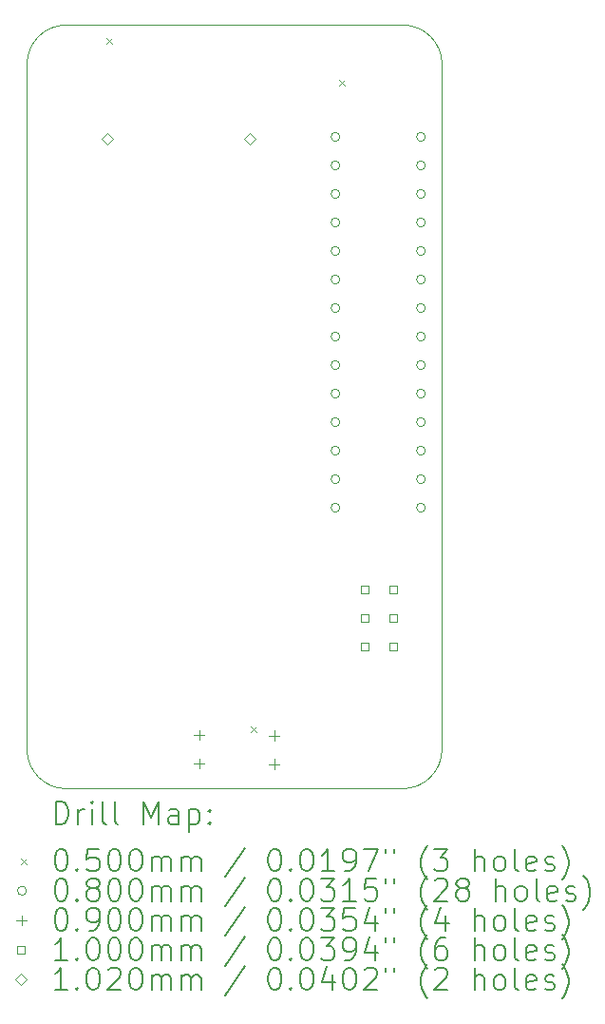
<source format=gbr>
%TF.GenerationSoftware,KiCad,Pcbnew,7.0.10*%
%TF.CreationDate,2024-01-08T08:34:26+01:00*%
%TF.ProjectId,mold_detect,6d6f6c64-5f64-4657-9465-63742e6b6963,rev?*%
%TF.SameCoordinates,Original*%
%TF.FileFunction,Drillmap*%
%TF.FilePolarity,Positive*%
%FSLAX45Y45*%
G04 Gerber Fmt 4.5, Leading zero omitted, Abs format (unit mm)*
G04 Created by KiCad (PCBNEW 7.0.10) date 2024-01-08 08:34:26*
%MOMM*%
%LPD*%
G01*
G04 APERTURE LIST*
%ADD10C,0.100000*%
%ADD11C,0.200000*%
%ADD12C,0.102000*%
G04 APERTURE END LIST*
D10*
X7850000Y-8300000D02*
X7850000Y-14400000D01*
X11200000Y-14750000D02*
G75*
G03*
X11550000Y-14400000I0J350000D01*
G01*
X8200000Y-14750000D02*
X11200000Y-14750000D01*
X7850000Y-14400000D02*
G75*
G03*
X8200000Y-14750000I350000J0D01*
G01*
X8200000Y-7950000D02*
X11200000Y-7950000D01*
X8200000Y-7950000D02*
G75*
G03*
X7850000Y-8300000I0J-350000D01*
G01*
X11550000Y-8300000D02*
X11550000Y-14400000D01*
X11550000Y-8300000D02*
G75*
G03*
X11200000Y-7950000I-350000J0D01*
G01*
D11*
D10*
X8560000Y-8070000D02*
X8610000Y-8120000D01*
X8610000Y-8070000D02*
X8560000Y-8120000D01*
X9843500Y-14196500D02*
X9893500Y-14246500D01*
X9893500Y-14196500D02*
X9843500Y-14246500D01*
X10630000Y-8440000D02*
X10680000Y-8490000D01*
X10680000Y-8440000D02*
X10630000Y-8490000D01*
X10640000Y-8946000D02*
G75*
G03*
X10560000Y-8946000I-40000J0D01*
G01*
X10560000Y-8946000D02*
G75*
G03*
X10640000Y-8946000I40000J0D01*
G01*
X10640000Y-9200000D02*
G75*
G03*
X10560000Y-9200000I-40000J0D01*
G01*
X10560000Y-9200000D02*
G75*
G03*
X10640000Y-9200000I40000J0D01*
G01*
X10640000Y-9454000D02*
G75*
G03*
X10560000Y-9454000I-40000J0D01*
G01*
X10560000Y-9454000D02*
G75*
G03*
X10640000Y-9454000I40000J0D01*
G01*
X10640000Y-9708000D02*
G75*
G03*
X10560000Y-9708000I-40000J0D01*
G01*
X10560000Y-9708000D02*
G75*
G03*
X10640000Y-9708000I40000J0D01*
G01*
X10640000Y-9962000D02*
G75*
G03*
X10560000Y-9962000I-40000J0D01*
G01*
X10560000Y-9962000D02*
G75*
G03*
X10640000Y-9962000I40000J0D01*
G01*
X10640000Y-10216000D02*
G75*
G03*
X10560000Y-10216000I-40000J0D01*
G01*
X10560000Y-10216000D02*
G75*
G03*
X10640000Y-10216000I40000J0D01*
G01*
X10640000Y-10470000D02*
G75*
G03*
X10560000Y-10470000I-40000J0D01*
G01*
X10560000Y-10470000D02*
G75*
G03*
X10640000Y-10470000I40000J0D01*
G01*
X10640000Y-10724000D02*
G75*
G03*
X10560000Y-10724000I-40000J0D01*
G01*
X10560000Y-10724000D02*
G75*
G03*
X10640000Y-10724000I40000J0D01*
G01*
X10640000Y-10978000D02*
G75*
G03*
X10560000Y-10978000I-40000J0D01*
G01*
X10560000Y-10978000D02*
G75*
G03*
X10640000Y-10978000I40000J0D01*
G01*
X10640000Y-11232000D02*
G75*
G03*
X10560000Y-11232000I-40000J0D01*
G01*
X10560000Y-11232000D02*
G75*
G03*
X10640000Y-11232000I40000J0D01*
G01*
X10640000Y-11486000D02*
G75*
G03*
X10560000Y-11486000I-40000J0D01*
G01*
X10560000Y-11486000D02*
G75*
G03*
X10640000Y-11486000I40000J0D01*
G01*
X10640000Y-11740000D02*
G75*
G03*
X10560000Y-11740000I-40000J0D01*
G01*
X10560000Y-11740000D02*
G75*
G03*
X10640000Y-11740000I40000J0D01*
G01*
X10640000Y-11994000D02*
G75*
G03*
X10560000Y-11994000I-40000J0D01*
G01*
X10560000Y-11994000D02*
G75*
G03*
X10640000Y-11994000I40000J0D01*
G01*
X10640000Y-12248000D02*
G75*
G03*
X10560000Y-12248000I-40000J0D01*
G01*
X10560000Y-12248000D02*
G75*
G03*
X10640000Y-12248000I40000J0D01*
G01*
X11402000Y-8946000D02*
G75*
G03*
X11322000Y-8946000I-40000J0D01*
G01*
X11322000Y-8946000D02*
G75*
G03*
X11402000Y-8946000I40000J0D01*
G01*
X11402000Y-9200000D02*
G75*
G03*
X11322000Y-9200000I-40000J0D01*
G01*
X11322000Y-9200000D02*
G75*
G03*
X11402000Y-9200000I40000J0D01*
G01*
X11402000Y-9454000D02*
G75*
G03*
X11322000Y-9454000I-40000J0D01*
G01*
X11322000Y-9454000D02*
G75*
G03*
X11402000Y-9454000I40000J0D01*
G01*
X11402000Y-9708000D02*
G75*
G03*
X11322000Y-9708000I-40000J0D01*
G01*
X11322000Y-9708000D02*
G75*
G03*
X11402000Y-9708000I40000J0D01*
G01*
X11402000Y-9962000D02*
G75*
G03*
X11322000Y-9962000I-40000J0D01*
G01*
X11322000Y-9962000D02*
G75*
G03*
X11402000Y-9962000I40000J0D01*
G01*
X11402000Y-10216000D02*
G75*
G03*
X11322000Y-10216000I-40000J0D01*
G01*
X11322000Y-10216000D02*
G75*
G03*
X11402000Y-10216000I40000J0D01*
G01*
X11402000Y-10470000D02*
G75*
G03*
X11322000Y-10470000I-40000J0D01*
G01*
X11322000Y-10470000D02*
G75*
G03*
X11402000Y-10470000I40000J0D01*
G01*
X11402000Y-10724000D02*
G75*
G03*
X11322000Y-10724000I-40000J0D01*
G01*
X11322000Y-10724000D02*
G75*
G03*
X11402000Y-10724000I40000J0D01*
G01*
X11402000Y-10978000D02*
G75*
G03*
X11322000Y-10978000I-40000J0D01*
G01*
X11322000Y-10978000D02*
G75*
G03*
X11402000Y-10978000I40000J0D01*
G01*
X11402000Y-11232000D02*
G75*
G03*
X11322000Y-11232000I-40000J0D01*
G01*
X11322000Y-11232000D02*
G75*
G03*
X11402000Y-11232000I40000J0D01*
G01*
X11402000Y-11486000D02*
G75*
G03*
X11322000Y-11486000I-40000J0D01*
G01*
X11322000Y-11486000D02*
G75*
G03*
X11402000Y-11486000I40000J0D01*
G01*
X11402000Y-11740000D02*
G75*
G03*
X11322000Y-11740000I-40000J0D01*
G01*
X11322000Y-11740000D02*
G75*
G03*
X11402000Y-11740000I40000J0D01*
G01*
X11402000Y-11994000D02*
G75*
G03*
X11322000Y-11994000I-40000J0D01*
G01*
X11322000Y-11994000D02*
G75*
G03*
X11402000Y-11994000I40000J0D01*
G01*
X11402000Y-12248000D02*
G75*
G03*
X11322000Y-12248000I-40000J0D01*
G01*
X11322000Y-12248000D02*
G75*
G03*
X11402000Y-12248000I40000J0D01*
G01*
X9384000Y-14226000D02*
X9384000Y-14316000D01*
X9339000Y-14271000D02*
X9429000Y-14271000D01*
X9384000Y-14480000D02*
X9384000Y-14570000D01*
X9339000Y-14525000D02*
X9429000Y-14525000D01*
X10053500Y-14232500D02*
X10053500Y-14322500D01*
X10008500Y-14277500D02*
X10098500Y-14277500D01*
X10053500Y-14486500D02*
X10053500Y-14576500D01*
X10008500Y-14531500D02*
X10098500Y-14531500D01*
X10893356Y-13010356D02*
X10893356Y-12939644D01*
X10822644Y-12939644D01*
X10822644Y-13010356D01*
X10893356Y-13010356D01*
X10893356Y-13264356D02*
X10893356Y-13193644D01*
X10822644Y-13193644D01*
X10822644Y-13264356D01*
X10893356Y-13264356D01*
X10893356Y-13518356D02*
X10893356Y-13447644D01*
X10822644Y-13447644D01*
X10822644Y-13518356D01*
X10893356Y-13518356D01*
X11147356Y-13010356D02*
X11147356Y-12939644D01*
X11076644Y-12939644D01*
X11076644Y-13010356D01*
X11147356Y-13010356D01*
X11147356Y-13264356D02*
X11147356Y-13193644D01*
X11076644Y-13193644D01*
X11076644Y-13264356D01*
X11147356Y-13264356D01*
X11147356Y-13518356D02*
X11147356Y-13447644D01*
X11076644Y-13447644D01*
X11076644Y-13518356D01*
X11147356Y-13518356D01*
D12*
X8565000Y-9011000D02*
X8616000Y-8960000D01*
X8565000Y-8909000D01*
X8514000Y-8960000D01*
X8565000Y-9011000D01*
X9835000Y-9011000D02*
X9886000Y-8960000D01*
X9835000Y-8909000D01*
X9784000Y-8960000D01*
X9835000Y-9011000D01*
D11*
X8105777Y-15066484D02*
X8105777Y-14866484D01*
X8105777Y-14866484D02*
X8153396Y-14866484D01*
X8153396Y-14866484D02*
X8181967Y-14876008D01*
X8181967Y-14876008D02*
X8201015Y-14895055D01*
X8201015Y-14895055D02*
X8210539Y-14914103D01*
X8210539Y-14914103D02*
X8220062Y-14952198D01*
X8220062Y-14952198D02*
X8220062Y-14980769D01*
X8220062Y-14980769D02*
X8210539Y-15018865D01*
X8210539Y-15018865D02*
X8201015Y-15037912D01*
X8201015Y-15037912D02*
X8181967Y-15056960D01*
X8181967Y-15056960D02*
X8153396Y-15066484D01*
X8153396Y-15066484D02*
X8105777Y-15066484D01*
X8305777Y-15066484D02*
X8305777Y-14933150D01*
X8305777Y-14971246D02*
X8315301Y-14952198D01*
X8315301Y-14952198D02*
X8324824Y-14942674D01*
X8324824Y-14942674D02*
X8343872Y-14933150D01*
X8343872Y-14933150D02*
X8362920Y-14933150D01*
X8429586Y-15066484D02*
X8429586Y-14933150D01*
X8429586Y-14866484D02*
X8420063Y-14876008D01*
X8420063Y-14876008D02*
X8429586Y-14885531D01*
X8429586Y-14885531D02*
X8439110Y-14876008D01*
X8439110Y-14876008D02*
X8429586Y-14866484D01*
X8429586Y-14866484D02*
X8429586Y-14885531D01*
X8553396Y-15066484D02*
X8534348Y-15056960D01*
X8534348Y-15056960D02*
X8524824Y-15037912D01*
X8524824Y-15037912D02*
X8524824Y-14866484D01*
X8658158Y-15066484D02*
X8639110Y-15056960D01*
X8639110Y-15056960D02*
X8629586Y-15037912D01*
X8629586Y-15037912D02*
X8629586Y-14866484D01*
X8886729Y-15066484D02*
X8886729Y-14866484D01*
X8886729Y-14866484D02*
X8953396Y-15009341D01*
X8953396Y-15009341D02*
X9020063Y-14866484D01*
X9020063Y-14866484D02*
X9020063Y-15066484D01*
X9201015Y-15066484D02*
X9201015Y-14961722D01*
X9201015Y-14961722D02*
X9191491Y-14942674D01*
X9191491Y-14942674D02*
X9172444Y-14933150D01*
X9172444Y-14933150D02*
X9134348Y-14933150D01*
X9134348Y-14933150D02*
X9115301Y-14942674D01*
X9201015Y-15056960D02*
X9181967Y-15066484D01*
X9181967Y-15066484D02*
X9134348Y-15066484D01*
X9134348Y-15066484D02*
X9115301Y-15056960D01*
X9115301Y-15056960D02*
X9105777Y-15037912D01*
X9105777Y-15037912D02*
X9105777Y-15018865D01*
X9105777Y-15018865D02*
X9115301Y-14999817D01*
X9115301Y-14999817D02*
X9134348Y-14990293D01*
X9134348Y-14990293D02*
X9181967Y-14990293D01*
X9181967Y-14990293D02*
X9201015Y-14980769D01*
X9296253Y-14933150D02*
X9296253Y-15133150D01*
X9296253Y-14942674D02*
X9315301Y-14933150D01*
X9315301Y-14933150D02*
X9353396Y-14933150D01*
X9353396Y-14933150D02*
X9372444Y-14942674D01*
X9372444Y-14942674D02*
X9381967Y-14952198D01*
X9381967Y-14952198D02*
X9391491Y-14971246D01*
X9391491Y-14971246D02*
X9391491Y-15028388D01*
X9391491Y-15028388D02*
X9381967Y-15047436D01*
X9381967Y-15047436D02*
X9372444Y-15056960D01*
X9372444Y-15056960D02*
X9353396Y-15066484D01*
X9353396Y-15066484D02*
X9315301Y-15066484D01*
X9315301Y-15066484D02*
X9296253Y-15056960D01*
X9477205Y-15047436D02*
X9486729Y-15056960D01*
X9486729Y-15056960D02*
X9477205Y-15066484D01*
X9477205Y-15066484D02*
X9467682Y-15056960D01*
X9467682Y-15056960D02*
X9477205Y-15047436D01*
X9477205Y-15047436D02*
X9477205Y-15066484D01*
X9477205Y-14942674D02*
X9486729Y-14952198D01*
X9486729Y-14952198D02*
X9477205Y-14961722D01*
X9477205Y-14961722D02*
X9467682Y-14952198D01*
X9467682Y-14952198D02*
X9477205Y-14942674D01*
X9477205Y-14942674D02*
X9477205Y-14961722D01*
D10*
X7795000Y-15370000D02*
X7845000Y-15420000D01*
X7845000Y-15370000D02*
X7795000Y-15420000D01*
D11*
X8143872Y-15286484D02*
X8162920Y-15286484D01*
X8162920Y-15286484D02*
X8181967Y-15296008D01*
X8181967Y-15296008D02*
X8191491Y-15305531D01*
X8191491Y-15305531D02*
X8201015Y-15324579D01*
X8201015Y-15324579D02*
X8210539Y-15362674D01*
X8210539Y-15362674D02*
X8210539Y-15410293D01*
X8210539Y-15410293D02*
X8201015Y-15448388D01*
X8201015Y-15448388D02*
X8191491Y-15467436D01*
X8191491Y-15467436D02*
X8181967Y-15476960D01*
X8181967Y-15476960D02*
X8162920Y-15486484D01*
X8162920Y-15486484D02*
X8143872Y-15486484D01*
X8143872Y-15486484D02*
X8124824Y-15476960D01*
X8124824Y-15476960D02*
X8115301Y-15467436D01*
X8115301Y-15467436D02*
X8105777Y-15448388D01*
X8105777Y-15448388D02*
X8096253Y-15410293D01*
X8096253Y-15410293D02*
X8096253Y-15362674D01*
X8096253Y-15362674D02*
X8105777Y-15324579D01*
X8105777Y-15324579D02*
X8115301Y-15305531D01*
X8115301Y-15305531D02*
X8124824Y-15296008D01*
X8124824Y-15296008D02*
X8143872Y-15286484D01*
X8296253Y-15467436D02*
X8305777Y-15476960D01*
X8305777Y-15476960D02*
X8296253Y-15486484D01*
X8296253Y-15486484D02*
X8286729Y-15476960D01*
X8286729Y-15476960D02*
X8296253Y-15467436D01*
X8296253Y-15467436D02*
X8296253Y-15486484D01*
X8486729Y-15286484D02*
X8391491Y-15286484D01*
X8391491Y-15286484D02*
X8381967Y-15381722D01*
X8381967Y-15381722D02*
X8391491Y-15372198D01*
X8391491Y-15372198D02*
X8410539Y-15362674D01*
X8410539Y-15362674D02*
X8458158Y-15362674D01*
X8458158Y-15362674D02*
X8477205Y-15372198D01*
X8477205Y-15372198D02*
X8486729Y-15381722D01*
X8486729Y-15381722D02*
X8496253Y-15400769D01*
X8496253Y-15400769D02*
X8496253Y-15448388D01*
X8496253Y-15448388D02*
X8486729Y-15467436D01*
X8486729Y-15467436D02*
X8477205Y-15476960D01*
X8477205Y-15476960D02*
X8458158Y-15486484D01*
X8458158Y-15486484D02*
X8410539Y-15486484D01*
X8410539Y-15486484D02*
X8391491Y-15476960D01*
X8391491Y-15476960D02*
X8381967Y-15467436D01*
X8620063Y-15286484D02*
X8639110Y-15286484D01*
X8639110Y-15286484D02*
X8658158Y-15296008D01*
X8658158Y-15296008D02*
X8667682Y-15305531D01*
X8667682Y-15305531D02*
X8677205Y-15324579D01*
X8677205Y-15324579D02*
X8686729Y-15362674D01*
X8686729Y-15362674D02*
X8686729Y-15410293D01*
X8686729Y-15410293D02*
X8677205Y-15448388D01*
X8677205Y-15448388D02*
X8667682Y-15467436D01*
X8667682Y-15467436D02*
X8658158Y-15476960D01*
X8658158Y-15476960D02*
X8639110Y-15486484D01*
X8639110Y-15486484D02*
X8620063Y-15486484D01*
X8620063Y-15486484D02*
X8601015Y-15476960D01*
X8601015Y-15476960D02*
X8591491Y-15467436D01*
X8591491Y-15467436D02*
X8581967Y-15448388D01*
X8581967Y-15448388D02*
X8572444Y-15410293D01*
X8572444Y-15410293D02*
X8572444Y-15362674D01*
X8572444Y-15362674D02*
X8581967Y-15324579D01*
X8581967Y-15324579D02*
X8591491Y-15305531D01*
X8591491Y-15305531D02*
X8601015Y-15296008D01*
X8601015Y-15296008D02*
X8620063Y-15286484D01*
X8810539Y-15286484D02*
X8829586Y-15286484D01*
X8829586Y-15286484D02*
X8848634Y-15296008D01*
X8848634Y-15296008D02*
X8858158Y-15305531D01*
X8858158Y-15305531D02*
X8867682Y-15324579D01*
X8867682Y-15324579D02*
X8877205Y-15362674D01*
X8877205Y-15362674D02*
X8877205Y-15410293D01*
X8877205Y-15410293D02*
X8867682Y-15448388D01*
X8867682Y-15448388D02*
X8858158Y-15467436D01*
X8858158Y-15467436D02*
X8848634Y-15476960D01*
X8848634Y-15476960D02*
X8829586Y-15486484D01*
X8829586Y-15486484D02*
X8810539Y-15486484D01*
X8810539Y-15486484D02*
X8791491Y-15476960D01*
X8791491Y-15476960D02*
X8781967Y-15467436D01*
X8781967Y-15467436D02*
X8772444Y-15448388D01*
X8772444Y-15448388D02*
X8762920Y-15410293D01*
X8762920Y-15410293D02*
X8762920Y-15362674D01*
X8762920Y-15362674D02*
X8772444Y-15324579D01*
X8772444Y-15324579D02*
X8781967Y-15305531D01*
X8781967Y-15305531D02*
X8791491Y-15296008D01*
X8791491Y-15296008D02*
X8810539Y-15286484D01*
X8962920Y-15486484D02*
X8962920Y-15353150D01*
X8962920Y-15372198D02*
X8972444Y-15362674D01*
X8972444Y-15362674D02*
X8991491Y-15353150D01*
X8991491Y-15353150D02*
X9020063Y-15353150D01*
X9020063Y-15353150D02*
X9039110Y-15362674D01*
X9039110Y-15362674D02*
X9048634Y-15381722D01*
X9048634Y-15381722D02*
X9048634Y-15486484D01*
X9048634Y-15381722D02*
X9058158Y-15362674D01*
X9058158Y-15362674D02*
X9077205Y-15353150D01*
X9077205Y-15353150D02*
X9105777Y-15353150D01*
X9105777Y-15353150D02*
X9124825Y-15362674D01*
X9124825Y-15362674D02*
X9134348Y-15381722D01*
X9134348Y-15381722D02*
X9134348Y-15486484D01*
X9229586Y-15486484D02*
X9229586Y-15353150D01*
X9229586Y-15372198D02*
X9239110Y-15362674D01*
X9239110Y-15362674D02*
X9258158Y-15353150D01*
X9258158Y-15353150D02*
X9286729Y-15353150D01*
X9286729Y-15353150D02*
X9305777Y-15362674D01*
X9305777Y-15362674D02*
X9315301Y-15381722D01*
X9315301Y-15381722D02*
X9315301Y-15486484D01*
X9315301Y-15381722D02*
X9324825Y-15362674D01*
X9324825Y-15362674D02*
X9343872Y-15353150D01*
X9343872Y-15353150D02*
X9372444Y-15353150D01*
X9372444Y-15353150D02*
X9391491Y-15362674D01*
X9391491Y-15362674D02*
X9401015Y-15381722D01*
X9401015Y-15381722D02*
X9401015Y-15486484D01*
X9791491Y-15276960D02*
X9620063Y-15534103D01*
X10048634Y-15286484D02*
X10067682Y-15286484D01*
X10067682Y-15286484D02*
X10086729Y-15296008D01*
X10086729Y-15296008D02*
X10096253Y-15305531D01*
X10096253Y-15305531D02*
X10105777Y-15324579D01*
X10105777Y-15324579D02*
X10115301Y-15362674D01*
X10115301Y-15362674D02*
X10115301Y-15410293D01*
X10115301Y-15410293D02*
X10105777Y-15448388D01*
X10105777Y-15448388D02*
X10096253Y-15467436D01*
X10096253Y-15467436D02*
X10086729Y-15476960D01*
X10086729Y-15476960D02*
X10067682Y-15486484D01*
X10067682Y-15486484D02*
X10048634Y-15486484D01*
X10048634Y-15486484D02*
X10029587Y-15476960D01*
X10029587Y-15476960D02*
X10020063Y-15467436D01*
X10020063Y-15467436D02*
X10010539Y-15448388D01*
X10010539Y-15448388D02*
X10001015Y-15410293D01*
X10001015Y-15410293D02*
X10001015Y-15362674D01*
X10001015Y-15362674D02*
X10010539Y-15324579D01*
X10010539Y-15324579D02*
X10020063Y-15305531D01*
X10020063Y-15305531D02*
X10029587Y-15296008D01*
X10029587Y-15296008D02*
X10048634Y-15286484D01*
X10201015Y-15467436D02*
X10210539Y-15476960D01*
X10210539Y-15476960D02*
X10201015Y-15486484D01*
X10201015Y-15486484D02*
X10191491Y-15476960D01*
X10191491Y-15476960D02*
X10201015Y-15467436D01*
X10201015Y-15467436D02*
X10201015Y-15486484D01*
X10334348Y-15286484D02*
X10353396Y-15286484D01*
X10353396Y-15286484D02*
X10372444Y-15296008D01*
X10372444Y-15296008D02*
X10381968Y-15305531D01*
X10381968Y-15305531D02*
X10391491Y-15324579D01*
X10391491Y-15324579D02*
X10401015Y-15362674D01*
X10401015Y-15362674D02*
X10401015Y-15410293D01*
X10401015Y-15410293D02*
X10391491Y-15448388D01*
X10391491Y-15448388D02*
X10381968Y-15467436D01*
X10381968Y-15467436D02*
X10372444Y-15476960D01*
X10372444Y-15476960D02*
X10353396Y-15486484D01*
X10353396Y-15486484D02*
X10334348Y-15486484D01*
X10334348Y-15486484D02*
X10315301Y-15476960D01*
X10315301Y-15476960D02*
X10305777Y-15467436D01*
X10305777Y-15467436D02*
X10296253Y-15448388D01*
X10296253Y-15448388D02*
X10286729Y-15410293D01*
X10286729Y-15410293D02*
X10286729Y-15362674D01*
X10286729Y-15362674D02*
X10296253Y-15324579D01*
X10296253Y-15324579D02*
X10305777Y-15305531D01*
X10305777Y-15305531D02*
X10315301Y-15296008D01*
X10315301Y-15296008D02*
X10334348Y-15286484D01*
X10591491Y-15486484D02*
X10477206Y-15486484D01*
X10534348Y-15486484D02*
X10534348Y-15286484D01*
X10534348Y-15286484D02*
X10515301Y-15315055D01*
X10515301Y-15315055D02*
X10496253Y-15334103D01*
X10496253Y-15334103D02*
X10477206Y-15343627D01*
X10686729Y-15486484D02*
X10724825Y-15486484D01*
X10724825Y-15486484D02*
X10743872Y-15476960D01*
X10743872Y-15476960D02*
X10753396Y-15467436D01*
X10753396Y-15467436D02*
X10772444Y-15438865D01*
X10772444Y-15438865D02*
X10781968Y-15400769D01*
X10781968Y-15400769D02*
X10781968Y-15324579D01*
X10781968Y-15324579D02*
X10772444Y-15305531D01*
X10772444Y-15305531D02*
X10762920Y-15296008D01*
X10762920Y-15296008D02*
X10743872Y-15286484D01*
X10743872Y-15286484D02*
X10705777Y-15286484D01*
X10705777Y-15286484D02*
X10686729Y-15296008D01*
X10686729Y-15296008D02*
X10677206Y-15305531D01*
X10677206Y-15305531D02*
X10667682Y-15324579D01*
X10667682Y-15324579D02*
X10667682Y-15372198D01*
X10667682Y-15372198D02*
X10677206Y-15391246D01*
X10677206Y-15391246D02*
X10686729Y-15400769D01*
X10686729Y-15400769D02*
X10705777Y-15410293D01*
X10705777Y-15410293D02*
X10743872Y-15410293D01*
X10743872Y-15410293D02*
X10762920Y-15400769D01*
X10762920Y-15400769D02*
X10772444Y-15391246D01*
X10772444Y-15391246D02*
X10781968Y-15372198D01*
X10848634Y-15286484D02*
X10981968Y-15286484D01*
X10981968Y-15286484D02*
X10896253Y-15486484D01*
X11048634Y-15286484D02*
X11048634Y-15324579D01*
X11124825Y-15286484D02*
X11124825Y-15324579D01*
X11420063Y-15562674D02*
X11410539Y-15553150D01*
X11410539Y-15553150D02*
X11391491Y-15524579D01*
X11391491Y-15524579D02*
X11381968Y-15505531D01*
X11381968Y-15505531D02*
X11372444Y-15476960D01*
X11372444Y-15476960D02*
X11362920Y-15429341D01*
X11362920Y-15429341D02*
X11362920Y-15391246D01*
X11362920Y-15391246D02*
X11372444Y-15343627D01*
X11372444Y-15343627D02*
X11381968Y-15315055D01*
X11381968Y-15315055D02*
X11391491Y-15296008D01*
X11391491Y-15296008D02*
X11410539Y-15267436D01*
X11410539Y-15267436D02*
X11420063Y-15257912D01*
X11477206Y-15286484D02*
X11601015Y-15286484D01*
X11601015Y-15286484D02*
X11534348Y-15362674D01*
X11534348Y-15362674D02*
X11562920Y-15362674D01*
X11562920Y-15362674D02*
X11581968Y-15372198D01*
X11581968Y-15372198D02*
X11591491Y-15381722D01*
X11591491Y-15381722D02*
X11601015Y-15400769D01*
X11601015Y-15400769D02*
X11601015Y-15448388D01*
X11601015Y-15448388D02*
X11591491Y-15467436D01*
X11591491Y-15467436D02*
X11581968Y-15476960D01*
X11581968Y-15476960D02*
X11562920Y-15486484D01*
X11562920Y-15486484D02*
X11505777Y-15486484D01*
X11505777Y-15486484D02*
X11486729Y-15476960D01*
X11486729Y-15476960D02*
X11477206Y-15467436D01*
X11839110Y-15486484D02*
X11839110Y-15286484D01*
X11924825Y-15486484D02*
X11924825Y-15381722D01*
X11924825Y-15381722D02*
X11915301Y-15362674D01*
X11915301Y-15362674D02*
X11896253Y-15353150D01*
X11896253Y-15353150D02*
X11867682Y-15353150D01*
X11867682Y-15353150D02*
X11848634Y-15362674D01*
X11848634Y-15362674D02*
X11839110Y-15372198D01*
X12048634Y-15486484D02*
X12029587Y-15476960D01*
X12029587Y-15476960D02*
X12020063Y-15467436D01*
X12020063Y-15467436D02*
X12010539Y-15448388D01*
X12010539Y-15448388D02*
X12010539Y-15391246D01*
X12010539Y-15391246D02*
X12020063Y-15372198D01*
X12020063Y-15372198D02*
X12029587Y-15362674D01*
X12029587Y-15362674D02*
X12048634Y-15353150D01*
X12048634Y-15353150D02*
X12077206Y-15353150D01*
X12077206Y-15353150D02*
X12096253Y-15362674D01*
X12096253Y-15362674D02*
X12105777Y-15372198D01*
X12105777Y-15372198D02*
X12115301Y-15391246D01*
X12115301Y-15391246D02*
X12115301Y-15448388D01*
X12115301Y-15448388D02*
X12105777Y-15467436D01*
X12105777Y-15467436D02*
X12096253Y-15476960D01*
X12096253Y-15476960D02*
X12077206Y-15486484D01*
X12077206Y-15486484D02*
X12048634Y-15486484D01*
X12229587Y-15486484D02*
X12210539Y-15476960D01*
X12210539Y-15476960D02*
X12201015Y-15457912D01*
X12201015Y-15457912D02*
X12201015Y-15286484D01*
X12381968Y-15476960D02*
X12362920Y-15486484D01*
X12362920Y-15486484D02*
X12324825Y-15486484D01*
X12324825Y-15486484D02*
X12305777Y-15476960D01*
X12305777Y-15476960D02*
X12296253Y-15457912D01*
X12296253Y-15457912D02*
X12296253Y-15381722D01*
X12296253Y-15381722D02*
X12305777Y-15362674D01*
X12305777Y-15362674D02*
X12324825Y-15353150D01*
X12324825Y-15353150D02*
X12362920Y-15353150D01*
X12362920Y-15353150D02*
X12381968Y-15362674D01*
X12381968Y-15362674D02*
X12391491Y-15381722D01*
X12391491Y-15381722D02*
X12391491Y-15400769D01*
X12391491Y-15400769D02*
X12296253Y-15419817D01*
X12467682Y-15476960D02*
X12486730Y-15486484D01*
X12486730Y-15486484D02*
X12524825Y-15486484D01*
X12524825Y-15486484D02*
X12543872Y-15476960D01*
X12543872Y-15476960D02*
X12553396Y-15457912D01*
X12553396Y-15457912D02*
X12553396Y-15448388D01*
X12553396Y-15448388D02*
X12543872Y-15429341D01*
X12543872Y-15429341D02*
X12524825Y-15419817D01*
X12524825Y-15419817D02*
X12496253Y-15419817D01*
X12496253Y-15419817D02*
X12477206Y-15410293D01*
X12477206Y-15410293D02*
X12467682Y-15391246D01*
X12467682Y-15391246D02*
X12467682Y-15381722D01*
X12467682Y-15381722D02*
X12477206Y-15362674D01*
X12477206Y-15362674D02*
X12496253Y-15353150D01*
X12496253Y-15353150D02*
X12524825Y-15353150D01*
X12524825Y-15353150D02*
X12543872Y-15362674D01*
X12620063Y-15562674D02*
X12629587Y-15553150D01*
X12629587Y-15553150D02*
X12648634Y-15524579D01*
X12648634Y-15524579D02*
X12658158Y-15505531D01*
X12658158Y-15505531D02*
X12667682Y-15476960D01*
X12667682Y-15476960D02*
X12677206Y-15429341D01*
X12677206Y-15429341D02*
X12677206Y-15391246D01*
X12677206Y-15391246D02*
X12667682Y-15343627D01*
X12667682Y-15343627D02*
X12658158Y-15315055D01*
X12658158Y-15315055D02*
X12648634Y-15296008D01*
X12648634Y-15296008D02*
X12629587Y-15267436D01*
X12629587Y-15267436D02*
X12620063Y-15257912D01*
D10*
X7845000Y-15659000D02*
G75*
G03*
X7765000Y-15659000I-40000J0D01*
G01*
X7765000Y-15659000D02*
G75*
G03*
X7845000Y-15659000I40000J0D01*
G01*
D11*
X8143872Y-15550484D02*
X8162920Y-15550484D01*
X8162920Y-15550484D02*
X8181967Y-15560008D01*
X8181967Y-15560008D02*
X8191491Y-15569531D01*
X8191491Y-15569531D02*
X8201015Y-15588579D01*
X8201015Y-15588579D02*
X8210539Y-15626674D01*
X8210539Y-15626674D02*
X8210539Y-15674293D01*
X8210539Y-15674293D02*
X8201015Y-15712388D01*
X8201015Y-15712388D02*
X8191491Y-15731436D01*
X8191491Y-15731436D02*
X8181967Y-15740960D01*
X8181967Y-15740960D02*
X8162920Y-15750484D01*
X8162920Y-15750484D02*
X8143872Y-15750484D01*
X8143872Y-15750484D02*
X8124824Y-15740960D01*
X8124824Y-15740960D02*
X8115301Y-15731436D01*
X8115301Y-15731436D02*
X8105777Y-15712388D01*
X8105777Y-15712388D02*
X8096253Y-15674293D01*
X8096253Y-15674293D02*
X8096253Y-15626674D01*
X8096253Y-15626674D02*
X8105777Y-15588579D01*
X8105777Y-15588579D02*
X8115301Y-15569531D01*
X8115301Y-15569531D02*
X8124824Y-15560008D01*
X8124824Y-15560008D02*
X8143872Y-15550484D01*
X8296253Y-15731436D02*
X8305777Y-15740960D01*
X8305777Y-15740960D02*
X8296253Y-15750484D01*
X8296253Y-15750484D02*
X8286729Y-15740960D01*
X8286729Y-15740960D02*
X8296253Y-15731436D01*
X8296253Y-15731436D02*
X8296253Y-15750484D01*
X8420063Y-15636198D02*
X8401015Y-15626674D01*
X8401015Y-15626674D02*
X8391491Y-15617150D01*
X8391491Y-15617150D02*
X8381967Y-15598103D01*
X8381967Y-15598103D02*
X8381967Y-15588579D01*
X8381967Y-15588579D02*
X8391491Y-15569531D01*
X8391491Y-15569531D02*
X8401015Y-15560008D01*
X8401015Y-15560008D02*
X8420063Y-15550484D01*
X8420063Y-15550484D02*
X8458158Y-15550484D01*
X8458158Y-15550484D02*
X8477205Y-15560008D01*
X8477205Y-15560008D02*
X8486729Y-15569531D01*
X8486729Y-15569531D02*
X8496253Y-15588579D01*
X8496253Y-15588579D02*
X8496253Y-15598103D01*
X8496253Y-15598103D02*
X8486729Y-15617150D01*
X8486729Y-15617150D02*
X8477205Y-15626674D01*
X8477205Y-15626674D02*
X8458158Y-15636198D01*
X8458158Y-15636198D02*
X8420063Y-15636198D01*
X8420063Y-15636198D02*
X8401015Y-15645722D01*
X8401015Y-15645722D02*
X8391491Y-15655246D01*
X8391491Y-15655246D02*
X8381967Y-15674293D01*
X8381967Y-15674293D02*
X8381967Y-15712388D01*
X8381967Y-15712388D02*
X8391491Y-15731436D01*
X8391491Y-15731436D02*
X8401015Y-15740960D01*
X8401015Y-15740960D02*
X8420063Y-15750484D01*
X8420063Y-15750484D02*
X8458158Y-15750484D01*
X8458158Y-15750484D02*
X8477205Y-15740960D01*
X8477205Y-15740960D02*
X8486729Y-15731436D01*
X8486729Y-15731436D02*
X8496253Y-15712388D01*
X8496253Y-15712388D02*
X8496253Y-15674293D01*
X8496253Y-15674293D02*
X8486729Y-15655246D01*
X8486729Y-15655246D02*
X8477205Y-15645722D01*
X8477205Y-15645722D02*
X8458158Y-15636198D01*
X8620063Y-15550484D02*
X8639110Y-15550484D01*
X8639110Y-15550484D02*
X8658158Y-15560008D01*
X8658158Y-15560008D02*
X8667682Y-15569531D01*
X8667682Y-15569531D02*
X8677205Y-15588579D01*
X8677205Y-15588579D02*
X8686729Y-15626674D01*
X8686729Y-15626674D02*
X8686729Y-15674293D01*
X8686729Y-15674293D02*
X8677205Y-15712388D01*
X8677205Y-15712388D02*
X8667682Y-15731436D01*
X8667682Y-15731436D02*
X8658158Y-15740960D01*
X8658158Y-15740960D02*
X8639110Y-15750484D01*
X8639110Y-15750484D02*
X8620063Y-15750484D01*
X8620063Y-15750484D02*
X8601015Y-15740960D01*
X8601015Y-15740960D02*
X8591491Y-15731436D01*
X8591491Y-15731436D02*
X8581967Y-15712388D01*
X8581967Y-15712388D02*
X8572444Y-15674293D01*
X8572444Y-15674293D02*
X8572444Y-15626674D01*
X8572444Y-15626674D02*
X8581967Y-15588579D01*
X8581967Y-15588579D02*
X8591491Y-15569531D01*
X8591491Y-15569531D02*
X8601015Y-15560008D01*
X8601015Y-15560008D02*
X8620063Y-15550484D01*
X8810539Y-15550484D02*
X8829586Y-15550484D01*
X8829586Y-15550484D02*
X8848634Y-15560008D01*
X8848634Y-15560008D02*
X8858158Y-15569531D01*
X8858158Y-15569531D02*
X8867682Y-15588579D01*
X8867682Y-15588579D02*
X8877205Y-15626674D01*
X8877205Y-15626674D02*
X8877205Y-15674293D01*
X8877205Y-15674293D02*
X8867682Y-15712388D01*
X8867682Y-15712388D02*
X8858158Y-15731436D01*
X8858158Y-15731436D02*
X8848634Y-15740960D01*
X8848634Y-15740960D02*
X8829586Y-15750484D01*
X8829586Y-15750484D02*
X8810539Y-15750484D01*
X8810539Y-15750484D02*
X8791491Y-15740960D01*
X8791491Y-15740960D02*
X8781967Y-15731436D01*
X8781967Y-15731436D02*
X8772444Y-15712388D01*
X8772444Y-15712388D02*
X8762920Y-15674293D01*
X8762920Y-15674293D02*
X8762920Y-15626674D01*
X8762920Y-15626674D02*
X8772444Y-15588579D01*
X8772444Y-15588579D02*
X8781967Y-15569531D01*
X8781967Y-15569531D02*
X8791491Y-15560008D01*
X8791491Y-15560008D02*
X8810539Y-15550484D01*
X8962920Y-15750484D02*
X8962920Y-15617150D01*
X8962920Y-15636198D02*
X8972444Y-15626674D01*
X8972444Y-15626674D02*
X8991491Y-15617150D01*
X8991491Y-15617150D02*
X9020063Y-15617150D01*
X9020063Y-15617150D02*
X9039110Y-15626674D01*
X9039110Y-15626674D02*
X9048634Y-15645722D01*
X9048634Y-15645722D02*
X9048634Y-15750484D01*
X9048634Y-15645722D02*
X9058158Y-15626674D01*
X9058158Y-15626674D02*
X9077205Y-15617150D01*
X9077205Y-15617150D02*
X9105777Y-15617150D01*
X9105777Y-15617150D02*
X9124825Y-15626674D01*
X9124825Y-15626674D02*
X9134348Y-15645722D01*
X9134348Y-15645722D02*
X9134348Y-15750484D01*
X9229586Y-15750484D02*
X9229586Y-15617150D01*
X9229586Y-15636198D02*
X9239110Y-15626674D01*
X9239110Y-15626674D02*
X9258158Y-15617150D01*
X9258158Y-15617150D02*
X9286729Y-15617150D01*
X9286729Y-15617150D02*
X9305777Y-15626674D01*
X9305777Y-15626674D02*
X9315301Y-15645722D01*
X9315301Y-15645722D02*
X9315301Y-15750484D01*
X9315301Y-15645722D02*
X9324825Y-15626674D01*
X9324825Y-15626674D02*
X9343872Y-15617150D01*
X9343872Y-15617150D02*
X9372444Y-15617150D01*
X9372444Y-15617150D02*
X9391491Y-15626674D01*
X9391491Y-15626674D02*
X9401015Y-15645722D01*
X9401015Y-15645722D02*
X9401015Y-15750484D01*
X9791491Y-15540960D02*
X9620063Y-15798103D01*
X10048634Y-15550484D02*
X10067682Y-15550484D01*
X10067682Y-15550484D02*
X10086729Y-15560008D01*
X10086729Y-15560008D02*
X10096253Y-15569531D01*
X10096253Y-15569531D02*
X10105777Y-15588579D01*
X10105777Y-15588579D02*
X10115301Y-15626674D01*
X10115301Y-15626674D02*
X10115301Y-15674293D01*
X10115301Y-15674293D02*
X10105777Y-15712388D01*
X10105777Y-15712388D02*
X10096253Y-15731436D01*
X10096253Y-15731436D02*
X10086729Y-15740960D01*
X10086729Y-15740960D02*
X10067682Y-15750484D01*
X10067682Y-15750484D02*
X10048634Y-15750484D01*
X10048634Y-15750484D02*
X10029587Y-15740960D01*
X10029587Y-15740960D02*
X10020063Y-15731436D01*
X10020063Y-15731436D02*
X10010539Y-15712388D01*
X10010539Y-15712388D02*
X10001015Y-15674293D01*
X10001015Y-15674293D02*
X10001015Y-15626674D01*
X10001015Y-15626674D02*
X10010539Y-15588579D01*
X10010539Y-15588579D02*
X10020063Y-15569531D01*
X10020063Y-15569531D02*
X10029587Y-15560008D01*
X10029587Y-15560008D02*
X10048634Y-15550484D01*
X10201015Y-15731436D02*
X10210539Y-15740960D01*
X10210539Y-15740960D02*
X10201015Y-15750484D01*
X10201015Y-15750484D02*
X10191491Y-15740960D01*
X10191491Y-15740960D02*
X10201015Y-15731436D01*
X10201015Y-15731436D02*
X10201015Y-15750484D01*
X10334348Y-15550484D02*
X10353396Y-15550484D01*
X10353396Y-15550484D02*
X10372444Y-15560008D01*
X10372444Y-15560008D02*
X10381968Y-15569531D01*
X10381968Y-15569531D02*
X10391491Y-15588579D01*
X10391491Y-15588579D02*
X10401015Y-15626674D01*
X10401015Y-15626674D02*
X10401015Y-15674293D01*
X10401015Y-15674293D02*
X10391491Y-15712388D01*
X10391491Y-15712388D02*
X10381968Y-15731436D01*
X10381968Y-15731436D02*
X10372444Y-15740960D01*
X10372444Y-15740960D02*
X10353396Y-15750484D01*
X10353396Y-15750484D02*
X10334348Y-15750484D01*
X10334348Y-15750484D02*
X10315301Y-15740960D01*
X10315301Y-15740960D02*
X10305777Y-15731436D01*
X10305777Y-15731436D02*
X10296253Y-15712388D01*
X10296253Y-15712388D02*
X10286729Y-15674293D01*
X10286729Y-15674293D02*
X10286729Y-15626674D01*
X10286729Y-15626674D02*
X10296253Y-15588579D01*
X10296253Y-15588579D02*
X10305777Y-15569531D01*
X10305777Y-15569531D02*
X10315301Y-15560008D01*
X10315301Y-15560008D02*
X10334348Y-15550484D01*
X10467682Y-15550484D02*
X10591491Y-15550484D01*
X10591491Y-15550484D02*
X10524825Y-15626674D01*
X10524825Y-15626674D02*
X10553396Y-15626674D01*
X10553396Y-15626674D02*
X10572444Y-15636198D01*
X10572444Y-15636198D02*
X10581968Y-15645722D01*
X10581968Y-15645722D02*
X10591491Y-15664769D01*
X10591491Y-15664769D02*
X10591491Y-15712388D01*
X10591491Y-15712388D02*
X10581968Y-15731436D01*
X10581968Y-15731436D02*
X10572444Y-15740960D01*
X10572444Y-15740960D02*
X10553396Y-15750484D01*
X10553396Y-15750484D02*
X10496253Y-15750484D01*
X10496253Y-15750484D02*
X10477206Y-15740960D01*
X10477206Y-15740960D02*
X10467682Y-15731436D01*
X10781968Y-15750484D02*
X10667682Y-15750484D01*
X10724825Y-15750484D02*
X10724825Y-15550484D01*
X10724825Y-15550484D02*
X10705777Y-15579055D01*
X10705777Y-15579055D02*
X10686729Y-15598103D01*
X10686729Y-15598103D02*
X10667682Y-15607627D01*
X10962920Y-15550484D02*
X10867682Y-15550484D01*
X10867682Y-15550484D02*
X10858158Y-15645722D01*
X10858158Y-15645722D02*
X10867682Y-15636198D01*
X10867682Y-15636198D02*
X10886729Y-15626674D01*
X10886729Y-15626674D02*
X10934349Y-15626674D01*
X10934349Y-15626674D02*
X10953396Y-15636198D01*
X10953396Y-15636198D02*
X10962920Y-15645722D01*
X10962920Y-15645722D02*
X10972444Y-15664769D01*
X10972444Y-15664769D02*
X10972444Y-15712388D01*
X10972444Y-15712388D02*
X10962920Y-15731436D01*
X10962920Y-15731436D02*
X10953396Y-15740960D01*
X10953396Y-15740960D02*
X10934349Y-15750484D01*
X10934349Y-15750484D02*
X10886729Y-15750484D01*
X10886729Y-15750484D02*
X10867682Y-15740960D01*
X10867682Y-15740960D02*
X10858158Y-15731436D01*
X11048634Y-15550484D02*
X11048634Y-15588579D01*
X11124825Y-15550484D02*
X11124825Y-15588579D01*
X11420063Y-15826674D02*
X11410539Y-15817150D01*
X11410539Y-15817150D02*
X11391491Y-15788579D01*
X11391491Y-15788579D02*
X11381968Y-15769531D01*
X11381968Y-15769531D02*
X11372444Y-15740960D01*
X11372444Y-15740960D02*
X11362920Y-15693341D01*
X11362920Y-15693341D02*
X11362920Y-15655246D01*
X11362920Y-15655246D02*
X11372444Y-15607627D01*
X11372444Y-15607627D02*
X11381968Y-15579055D01*
X11381968Y-15579055D02*
X11391491Y-15560008D01*
X11391491Y-15560008D02*
X11410539Y-15531436D01*
X11410539Y-15531436D02*
X11420063Y-15521912D01*
X11486729Y-15569531D02*
X11496253Y-15560008D01*
X11496253Y-15560008D02*
X11515301Y-15550484D01*
X11515301Y-15550484D02*
X11562920Y-15550484D01*
X11562920Y-15550484D02*
X11581968Y-15560008D01*
X11581968Y-15560008D02*
X11591491Y-15569531D01*
X11591491Y-15569531D02*
X11601015Y-15588579D01*
X11601015Y-15588579D02*
X11601015Y-15607627D01*
X11601015Y-15607627D02*
X11591491Y-15636198D01*
X11591491Y-15636198D02*
X11477206Y-15750484D01*
X11477206Y-15750484D02*
X11601015Y-15750484D01*
X11715301Y-15636198D02*
X11696253Y-15626674D01*
X11696253Y-15626674D02*
X11686729Y-15617150D01*
X11686729Y-15617150D02*
X11677206Y-15598103D01*
X11677206Y-15598103D02*
X11677206Y-15588579D01*
X11677206Y-15588579D02*
X11686729Y-15569531D01*
X11686729Y-15569531D02*
X11696253Y-15560008D01*
X11696253Y-15560008D02*
X11715301Y-15550484D01*
X11715301Y-15550484D02*
X11753396Y-15550484D01*
X11753396Y-15550484D02*
X11772444Y-15560008D01*
X11772444Y-15560008D02*
X11781968Y-15569531D01*
X11781968Y-15569531D02*
X11791491Y-15588579D01*
X11791491Y-15588579D02*
X11791491Y-15598103D01*
X11791491Y-15598103D02*
X11781968Y-15617150D01*
X11781968Y-15617150D02*
X11772444Y-15626674D01*
X11772444Y-15626674D02*
X11753396Y-15636198D01*
X11753396Y-15636198D02*
X11715301Y-15636198D01*
X11715301Y-15636198D02*
X11696253Y-15645722D01*
X11696253Y-15645722D02*
X11686729Y-15655246D01*
X11686729Y-15655246D02*
X11677206Y-15674293D01*
X11677206Y-15674293D02*
X11677206Y-15712388D01*
X11677206Y-15712388D02*
X11686729Y-15731436D01*
X11686729Y-15731436D02*
X11696253Y-15740960D01*
X11696253Y-15740960D02*
X11715301Y-15750484D01*
X11715301Y-15750484D02*
X11753396Y-15750484D01*
X11753396Y-15750484D02*
X11772444Y-15740960D01*
X11772444Y-15740960D02*
X11781968Y-15731436D01*
X11781968Y-15731436D02*
X11791491Y-15712388D01*
X11791491Y-15712388D02*
X11791491Y-15674293D01*
X11791491Y-15674293D02*
X11781968Y-15655246D01*
X11781968Y-15655246D02*
X11772444Y-15645722D01*
X11772444Y-15645722D02*
X11753396Y-15636198D01*
X12029587Y-15750484D02*
X12029587Y-15550484D01*
X12115301Y-15750484D02*
X12115301Y-15645722D01*
X12115301Y-15645722D02*
X12105777Y-15626674D01*
X12105777Y-15626674D02*
X12086730Y-15617150D01*
X12086730Y-15617150D02*
X12058158Y-15617150D01*
X12058158Y-15617150D02*
X12039110Y-15626674D01*
X12039110Y-15626674D02*
X12029587Y-15636198D01*
X12239110Y-15750484D02*
X12220063Y-15740960D01*
X12220063Y-15740960D02*
X12210539Y-15731436D01*
X12210539Y-15731436D02*
X12201015Y-15712388D01*
X12201015Y-15712388D02*
X12201015Y-15655246D01*
X12201015Y-15655246D02*
X12210539Y-15636198D01*
X12210539Y-15636198D02*
X12220063Y-15626674D01*
X12220063Y-15626674D02*
X12239110Y-15617150D01*
X12239110Y-15617150D02*
X12267682Y-15617150D01*
X12267682Y-15617150D02*
X12286730Y-15626674D01*
X12286730Y-15626674D02*
X12296253Y-15636198D01*
X12296253Y-15636198D02*
X12305777Y-15655246D01*
X12305777Y-15655246D02*
X12305777Y-15712388D01*
X12305777Y-15712388D02*
X12296253Y-15731436D01*
X12296253Y-15731436D02*
X12286730Y-15740960D01*
X12286730Y-15740960D02*
X12267682Y-15750484D01*
X12267682Y-15750484D02*
X12239110Y-15750484D01*
X12420063Y-15750484D02*
X12401015Y-15740960D01*
X12401015Y-15740960D02*
X12391491Y-15721912D01*
X12391491Y-15721912D02*
X12391491Y-15550484D01*
X12572444Y-15740960D02*
X12553396Y-15750484D01*
X12553396Y-15750484D02*
X12515301Y-15750484D01*
X12515301Y-15750484D02*
X12496253Y-15740960D01*
X12496253Y-15740960D02*
X12486730Y-15721912D01*
X12486730Y-15721912D02*
X12486730Y-15645722D01*
X12486730Y-15645722D02*
X12496253Y-15626674D01*
X12496253Y-15626674D02*
X12515301Y-15617150D01*
X12515301Y-15617150D02*
X12553396Y-15617150D01*
X12553396Y-15617150D02*
X12572444Y-15626674D01*
X12572444Y-15626674D02*
X12581968Y-15645722D01*
X12581968Y-15645722D02*
X12581968Y-15664769D01*
X12581968Y-15664769D02*
X12486730Y-15683817D01*
X12658158Y-15740960D02*
X12677206Y-15750484D01*
X12677206Y-15750484D02*
X12715301Y-15750484D01*
X12715301Y-15750484D02*
X12734349Y-15740960D01*
X12734349Y-15740960D02*
X12743872Y-15721912D01*
X12743872Y-15721912D02*
X12743872Y-15712388D01*
X12743872Y-15712388D02*
X12734349Y-15693341D01*
X12734349Y-15693341D02*
X12715301Y-15683817D01*
X12715301Y-15683817D02*
X12686730Y-15683817D01*
X12686730Y-15683817D02*
X12667682Y-15674293D01*
X12667682Y-15674293D02*
X12658158Y-15655246D01*
X12658158Y-15655246D02*
X12658158Y-15645722D01*
X12658158Y-15645722D02*
X12667682Y-15626674D01*
X12667682Y-15626674D02*
X12686730Y-15617150D01*
X12686730Y-15617150D02*
X12715301Y-15617150D01*
X12715301Y-15617150D02*
X12734349Y-15626674D01*
X12810539Y-15826674D02*
X12820063Y-15817150D01*
X12820063Y-15817150D02*
X12839111Y-15788579D01*
X12839111Y-15788579D02*
X12848634Y-15769531D01*
X12848634Y-15769531D02*
X12858158Y-15740960D01*
X12858158Y-15740960D02*
X12867682Y-15693341D01*
X12867682Y-15693341D02*
X12867682Y-15655246D01*
X12867682Y-15655246D02*
X12858158Y-15607627D01*
X12858158Y-15607627D02*
X12848634Y-15579055D01*
X12848634Y-15579055D02*
X12839111Y-15560008D01*
X12839111Y-15560008D02*
X12820063Y-15531436D01*
X12820063Y-15531436D02*
X12810539Y-15521912D01*
D10*
X7800000Y-15878000D02*
X7800000Y-15968000D01*
X7755000Y-15923000D02*
X7845000Y-15923000D01*
D11*
X8143872Y-15814484D02*
X8162920Y-15814484D01*
X8162920Y-15814484D02*
X8181967Y-15824008D01*
X8181967Y-15824008D02*
X8191491Y-15833531D01*
X8191491Y-15833531D02*
X8201015Y-15852579D01*
X8201015Y-15852579D02*
X8210539Y-15890674D01*
X8210539Y-15890674D02*
X8210539Y-15938293D01*
X8210539Y-15938293D02*
X8201015Y-15976388D01*
X8201015Y-15976388D02*
X8191491Y-15995436D01*
X8191491Y-15995436D02*
X8181967Y-16004960D01*
X8181967Y-16004960D02*
X8162920Y-16014484D01*
X8162920Y-16014484D02*
X8143872Y-16014484D01*
X8143872Y-16014484D02*
X8124824Y-16004960D01*
X8124824Y-16004960D02*
X8115301Y-15995436D01*
X8115301Y-15995436D02*
X8105777Y-15976388D01*
X8105777Y-15976388D02*
X8096253Y-15938293D01*
X8096253Y-15938293D02*
X8096253Y-15890674D01*
X8096253Y-15890674D02*
X8105777Y-15852579D01*
X8105777Y-15852579D02*
X8115301Y-15833531D01*
X8115301Y-15833531D02*
X8124824Y-15824008D01*
X8124824Y-15824008D02*
X8143872Y-15814484D01*
X8296253Y-15995436D02*
X8305777Y-16004960D01*
X8305777Y-16004960D02*
X8296253Y-16014484D01*
X8296253Y-16014484D02*
X8286729Y-16004960D01*
X8286729Y-16004960D02*
X8296253Y-15995436D01*
X8296253Y-15995436D02*
X8296253Y-16014484D01*
X8401015Y-16014484D02*
X8439110Y-16014484D01*
X8439110Y-16014484D02*
X8458158Y-16004960D01*
X8458158Y-16004960D02*
X8467682Y-15995436D01*
X8467682Y-15995436D02*
X8486729Y-15966865D01*
X8486729Y-15966865D02*
X8496253Y-15928769D01*
X8496253Y-15928769D02*
X8496253Y-15852579D01*
X8496253Y-15852579D02*
X8486729Y-15833531D01*
X8486729Y-15833531D02*
X8477205Y-15824008D01*
X8477205Y-15824008D02*
X8458158Y-15814484D01*
X8458158Y-15814484D02*
X8420063Y-15814484D01*
X8420063Y-15814484D02*
X8401015Y-15824008D01*
X8401015Y-15824008D02*
X8391491Y-15833531D01*
X8391491Y-15833531D02*
X8381967Y-15852579D01*
X8381967Y-15852579D02*
X8381967Y-15900198D01*
X8381967Y-15900198D02*
X8391491Y-15919246D01*
X8391491Y-15919246D02*
X8401015Y-15928769D01*
X8401015Y-15928769D02*
X8420063Y-15938293D01*
X8420063Y-15938293D02*
X8458158Y-15938293D01*
X8458158Y-15938293D02*
X8477205Y-15928769D01*
X8477205Y-15928769D02*
X8486729Y-15919246D01*
X8486729Y-15919246D02*
X8496253Y-15900198D01*
X8620063Y-15814484D02*
X8639110Y-15814484D01*
X8639110Y-15814484D02*
X8658158Y-15824008D01*
X8658158Y-15824008D02*
X8667682Y-15833531D01*
X8667682Y-15833531D02*
X8677205Y-15852579D01*
X8677205Y-15852579D02*
X8686729Y-15890674D01*
X8686729Y-15890674D02*
X8686729Y-15938293D01*
X8686729Y-15938293D02*
X8677205Y-15976388D01*
X8677205Y-15976388D02*
X8667682Y-15995436D01*
X8667682Y-15995436D02*
X8658158Y-16004960D01*
X8658158Y-16004960D02*
X8639110Y-16014484D01*
X8639110Y-16014484D02*
X8620063Y-16014484D01*
X8620063Y-16014484D02*
X8601015Y-16004960D01*
X8601015Y-16004960D02*
X8591491Y-15995436D01*
X8591491Y-15995436D02*
X8581967Y-15976388D01*
X8581967Y-15976388D02*
X8572444Y-15938293D01*
X8572444Y-15938293D02*
X8572444Y-15890674D01*
X8572444Y-15890674D02*
X8581967Y-15852579D01*
X8581967Y-15852579D02*
X8591491Y-15833531D01*
X8591491Y-15833531D02*
X8601015Y-15824008D01*
X8601015Y-15824008D02*
X8620063Y-15814484D01*
X8810539Y-15814484D02*
X8829586Y-15814484D01*
X8829586Y-15814484D02*
X8848634Y-15824008D01*
X8848634Y-15824008D02*
X8858158Y-15833531D01*
X8858158Y-15833531D02*
X8867682Y-15852579D01*
X8867682Y-15852579D02*
X8877205Y-15890674D01*
X8877205Y-15890674D02*
X8877205Y-15938293D01*
X8877205Y-15938293D02*
X8867682Y-15976388D01*
X8867682Y-15976388D02*
X8858158Y-15995436D01*
X8858158Y-15995436D02*
X8848634Y-16004960D01*
X8848634Y-16004960D02*
X8829586Y-16014484D01*
X8829586Y-16014484D02*
X8810539Y-16014484D01*
X8810539Y-16014484D02*
X8791491Y-16004960D01*
X8791491Y-16004960D02*
X8781967Y-15995436D01*
X8781967Y-15995436D02*
X8772444Y-15976388D01*
X8772444Y-15976388D02*
X8762920Y-15938293D01*
X8762920Y-15938293D02*
X8762920Y-15890674D01*
X8762920Y-15890674D02*
X8772444Y-15852579D01*
X8772444Y-15852579D02*
X8781967Y-15833531D01*
X8781967Y-15833531D02*
X8791491Y-15824008D01*
X8791491Y-15824008D02*
X8810539Y-15814484D01*
X8962920Y-16014484D02*
X8962920Y-15881150D01*
X8962920Y-15900198D02*
X8972444Y-15890674D01*
X8972444Y-15890674D02*
X8991491Y-15881150D01*
X8991491Y-15881150D02*
X9020063Y-15881150D01*
X9020063Y-15881150D02*
X9039110Y-15890674D01*
X9039110Y-15890674D02*
X9048634Y-15909722D01*
X9048634Y-15909722D02*
X9048634Y-16014484D01*
X9048634Y-15909722D02*
X9058158Y-15890674D01*
X9058158Y-15890674D02*
X9077205Y-15881150D01*
X9077205Y-15881150D02*
X9105777Y-15881150D01*
X9105777Y-15881150D02*
X9124825Y-15890674D01*
X9124825Y-15890674D02*
X9134348Y-15909722D01*
X9134348Y-15909722D02*
X9134348Y-16014484D01*
X9229586Y-16014484D02*
X9229586Y-15881150D01*
X9229586Y-15900198D02*
X9239110Y-15890674D01*
X9239110Y-15890674D02*
X9258158Y-15881150D01*
X9258158Y-15881150D02*
X9286729Y-15881150D01*
X9286729Y-15881150D02*
X9305777Y-15890674D01*
X9305777Y-15890674D02*
X9315301Y-15909722D01*
X9315301Y-15909722D02*
X9315301Y-16014484D01*
X9315301Y-15909722D02*
X9324825Y-15890674D01*
X9324825Y-15890674D02*
X9343872Y-15881150D01*
X9343872Y-15881150D02*
X9372444Y-15881150D01*
X9372444Y-15881150D02*
X9391491Y-15890674D01*
X9391491Y-15890674D02*
X9401015Y-15909722D01*
X9401015Y-15909722D02*
X9401015Y-16014484D01*
X9791491Y-15804960D02*
X9620063Y-16062103D01*
X10048634Y-15814484D02*
X10067682Y-15814484D01*
X10067682Y-15814484D02*
X10086729Y-15824008D01*
X10086729Y-15824008D02*
X10096253Y-15833531D01*
X10096253Y-15833531D02*
X10105777Y-15852579D01*
X10105777Y-15852579D02*
X10115301Y-15890674D01*
X10115301Y-15890674D02*
X10115301Y-15938293D01*
X10115301Y-15938293D02*
X10105777Y-15976388D01*
X10105777Y-15976388D02*
X10096253Y-15995436D01*
X10096253Y-15995436D02*
X10086729Y-16004960D01*
X10086729Y-16004960D02*
X10067682Y-16014484D01*
X10067682Y-16014484D02*
X10048634Y-16014484D01*
X10048634Y-16014484D02*
X10029587Y-16004960D01*
X10029587Y-16004960D02*
X10020063Y-15995436D01*
X10020063Y-15995436D02*
X10010539Y-15976388D01*
X10010539Y-15976388D02*
X10001015Y-15938293D01*
X10001015Y-15938293D02*
X10001015Y-15890674D01*
X10001015Y-15890674D02*
X10010539Y-15852579D01*
X10010539Y-15852579D02*
X10020063Y-15833531D01*
X10020063Y-15833531D02*
X10029587Y-15824008D01*
X10029587Y-15824008D02*
X10048634Y-15814484D01*
X10201015Y-15995436D02*
X10210539Y-16004960D01*
X10210539Y-16004960D02*
X10201015Y-16014484D01*
X10201015Y-16014484D02*
X10191491Y-16004960D01*
X10191491Y-16004960D02*
X10201015Y-15995436D01*
X10201015Y-15995436D02*
X10201015Y-16014484D01*
X10334348Y-15814484D02*
X10353396Y-15814484D01*
X10353396Y-15814484D02*
X10372444Y-15824008D01*
X10372444Y-15824008D02*
X10381968Y-15833531D01*
X10381968Y-15833531D02*
X10391491Y-15852579D01*
X10391491Y-15852579D02*
X10401015Y-15890674D01*
X10401015Y-15890674D02*
X10401015Y-15938293D01*
X10401015Y-15938293D02*
X10391491Y-15976388D01*
X10391491Y-15976388D02*
X10381968Y-15995436D01*
X10381968Y-15995436D02*
X10372444Y-16004960D01*
X10372444Y-16004960D02*
X10353396Y-16014484D01*
X10353396Y-16014484D02*
X10334348Y-16014484D01*
X10334348Y-16014484D02*
X10315301Y-16004960D01*
X10315301Y-16004960D02*
X10305777Y-15995436D01*
X10305777Y-15995436D02*
X10296253Y-15976388D01*
X10296253Y-15976388D02*
X10286729Y-15938293D01*
X10286729Y-15938293D02*
X10286729Y-15890674D01*
X10286729Y-15890674D02*
X10296253Y-15852579D01*
X10296253Y-15852579D02*
X10305777Y-15833531D01*
X10305777Y-15833531D02*
X10315301Y-15824008D01*
X10315301Y-15824008D02*
X10334348Y-15814484D01*
X10467682Y-15814484D02*
X10591491Y-15814484D01*
X10591491Y-15814484D02*
X10524825Y-15890674D01*
X10524825Y-15890674D02*
X10553396Y-15890674D01*
X10553396Y-15890674D02*
X10572444Y-15900198D01*
X10572444Y-15900198D02*
X10581968Y-15909722D01*
X10581968Y-15909722D02*
X10591491Y-15928769D01*
X10591491Y-15928769D02*
X10591491Y-15976388D01*
X10591491Y-15976388D02*
X10581968Y-15995436D01*
X10581968Y-15995436D02*
X10572444Y-16004960D01*
X10572444Y-16004960D02*
X10553396Y-16014484D01*
X10553396Y-16014484D02*
X10496253Y-16014484D01*
X10496253Y-16014484D02*
X10477206Y-16004960D01*
X10477206Y-16004960D02*
X10467682Y-15995436D01*
X10772444Y-15814484D02*
X10677206Y-15814484D01*
X10677206Y-15814484D02*
X10667682Y-15909722D01*
X10667682Y-15909722D02*
X10677206Y-15900198D01*
X10677206Y-15900198D02*
X10696253Y-15890674D01*
X10696253Y-15890674D02*
X10743872Y-15890674D01*
X10743872Y-15890674D02*
X10762920Y-15900198D01*
X10762920Y-15900198D02*
X10772444Y-15909722D01*
X10772444Y-15909722D02*
X10781968Y-15928769D01*
X10781968Y-15928769D02*
X10781968Y-15976388D01*
X10781968Y-15976388D02*
X10772444Y-15995436D01*
X10772444Y-15995436D02*
X10762920Y-16004960D01*
X10762920Y-16004960D02*
X10743872Y-16014484D01*
X10743872Y-16014484D02*
X10696253Y-16014484D01*
X10696253Y-16014484D02*
X10677206Y-16004960D01*
X10677206Y-16004960D02*
X10667682Y-15995436D01*
X10953396Y-15881150D02*
X10953396Y-16014484D01*
X10905777Y-15804960D02*
X10858158Y-15947817D01*
X10858158Y-15947817D02*
X10981968Y-15947817D01*
X11048634Y-15814484D02*
X11048634Y-15852579D01*
X11124825Y-15814484D02*
X11124825Y-15852579D01*
X11420063Y-16090674D02*
X11410539Y-16081150D01*
X11410539Y-16081150D02*
X11391491Y-16052579D01*
X11391491Y-16052579D02*
X11381968Y-16033531D01*
X11381968Y-16033531D02*
X11372444Y-16004960D01*
X11372444Y-16004960D02*
X11362920Y-15957341D01*
X11362920Y-15957341D02*
X11362920Y-15919246D01*
X11362920Y-15919246D02*
X11372444Y-15871627D01*
X11372444Y-15871627D02*
X11381968Y-15843055D01*
X11381968Y-15843055D02*
X11391491Y-15824008D01*
X11391491Y-15824008D02*
X11410539Y-15795436D01*
X11410539Y-15795436D02*
X11420063Y-15785912D01*
X11581968Y-15881150D02*
X11581968Y-16014484D01*
X11534348Y-15804960D02*
X11486729Y-15947817D01*
X11486729Y-15947817D02*
X11610539Y-15947817D01*
X11839110Y-16014484D02*
X11839110Y-15814484D01*
X11924825Y-16014484D02*
X11924825Y-15909722D01*
X11924825Y-15909722D02*
X11915301Y-15890674D01*
X11915301Y-15890674D02*
X11896253Y-15881150D01*
X11896253Y-15881150D02*
X11867682Y-15881150D01*
X11867682Y-15881150D02*
X11848634Y-15890674D01*
X11848634Y-15890674D02*
X11839110Y-15900198D01*
X12048634Y-16014484D02*
X12029587Y-16004960D01*
X12029587Y-16004960D02*
X12020063Y-15995436D01*
X12020063Y-15995436D02*
X12010539Y-15976388D01*
X12010539Y-15976388D02*
X12010539Y-15919246D01*
X12010539Y-15919246D02*
X12020063Y-15900198D01*
X12020063Y-15900198D02*
X12029587Y-15890674D01*
X12029587Y-15890674D02*
X12048634Y-15881150D01*
X12048634Y-15881150D02*
X12077206Y-15881150D01*
X12077206Y-15881150D02*
X12096253Y-15890674D01*
X12096253Y-15890674D02*
X12105777Y-15900198D01*
X12105777Y-15900198D02*
X12115301Y-15919246D01*
X12115301Y-15919246D02*
X12115301Y-15976388D01*
X12115301Y-15976388D02*
X12105777Y-15995436D01*
X12105777Y-15995436D02*
X12096253Y-16004960D01*
X12096253Y-16004960D02*
X12077206Y-16014484D01*
X12077206Y-16014484D02*
X12048634Y-16014484D01*
X12229587Y-16014484D02*
X12210539Y-16004960D01*
X12210539Y-16004960D02*
X12201015Y-15985912D01*
X12201015Y-15985912D02*
X12201015Y-15814484D01*
X12381968Y-16004960D02*
X12362920Y-16014484D01*
X12362920Y-16014484D02*
X12324825Y-16014484D01*
X12324825Y-16014484D02*
X12305777Y-16004960D01*
X12305777Y-16004960D02*
X12296253Y-15985912D01*
X12296253Y-15985912D02*
X12296253Y-15909722D01*
X12296253Y-15909722D02*
X12305777Y-15890674D01*
X12305777Y-15890674D02*
X12324825Y-15881150D01*
X12324825Y-15881150D02*
X12362920Y-15881150D01*
X12362920Y-15881150D02*
X12381968Y-15890674D01*
X12381968Y-15890674D02*
X12391491Y-15909722D01*
X12391491Y-15909722D02*
X12391491Y-15928769D01*
X12391491Y-15928769D02*
X12296253Y-15947817D01*
X12467682Y-16004960D02*
X12486730Y-16014484D01*
X12486730Y-16014484D02*
X12524825Y-16014484D01*
X12524825Y-16014484D02*
X12543872Y-16004960D01*
X12543872Y-16004960D02*
X12553396Y-15985912D01*
X12553396Y-15985912D02*
X12553396Y-15976388D01*
X12553396Y-15976388D02*
X12543872Y-15957341D01*
X12543872Y-15957341D02*
X12524825Y-15947817D01*
X12524825Y-15947817D02*
X12496253Y-15947817D01*
X12496253Y-15947817D02*
X12477206Y-15938293D01*
X12477206Y-15938293D02*
X12467682Y-15919246D01*
X12467682Y-15919246D02*
X12467682Y-15909722D01*
X12467682Y-15909722D02*
X12477206Y-15890674D01*
X12477206Y-15890674D02*
X12496253Y-15881150D01*
X12496253Y-15881150D02*
X12524825Y-15881150D01*
X12524825Y-15881150D02*
X12543872Y-15890674D01*
X12620063Y-16090674D02*
X12629587Y-16081150D01*
X12629587Y-16081150D02*
X12648634Y-16052579D01*
X12648634Y-16052579D02*
X12658158Y-16033531D01*
X12658158Y-16033531D02*
X12667682Y-16004960D01*
X12667682Y-16004960D02*
X12677206Y-15957341D01*
X12677206Y-15957341D02*
X12677206Y-15919246D01*
X12677206Y-15919246D02*
X12667682Y-15871627D01*
X12667682Y-15871627D02*
X12658158Y-15843055D01*
X12658158Y-15843055D02*
X12648634Y-15824008D01*
X12648634Y-15824008D02*
X12629587Y-15795436D01*
X12629587Y-15795436D02*
X12620063Y-15785912D01*
D10*
X7830356Y-16222356D02*
X7830356Y-16151644D01*
X7759644Y-16151644D01*
X7759644Y-16222356D01*
X7830356Y-16222356D01*
D11*
X8210539Y-16278484D02*
X8096253Y-16278484D01*
X8153396Y-16278484D02*
X8153396Y-16078484D01*
X8153396Y-16078484D02*
X8134348Y-16107055D01*
X8134348Y-16107055D02*
X8115301Y-16126103D01*
X8115301Y-16126103D02*
X8096253Y-16135627D01*
X8296253Y-16259436D02*
X8305777Y-16268960D01*
X8305777Y-16268960D02*
X8296253Y-16278484D01*
X8296253Y-16278484D02*
X8286729Y-16268960D01*
X8286729Y-16268960D02*
X8296253Y-16259436D01*
X8296253Y-16259436D02*
X8296253Y-16278484D01*
X8429586Y-16078484D02*
X8448634Y-16078484D01*
X8448634Y-16078484D02*
X8467682Y-16088008D01*
X8467682Y-16088008D02*
X8477205Y-16097531D01*
X8477205Y-16097531D02*
X8486729Y-16116579D01*
X8486729Y-16116579D02*
X8496253Y-16154674D01*
X8496253Y-16154674D02*
X8496253Y-16202293D01*
X8496253Y-16202293D02*
X8486729Y-16240388D01*
X8486729Y-16240388D02*
X8477205Y-16259436D01*
X8477205Y-16259436D02*
X8467682Y-16268960D01*
X8467682Y-16268960D02*
X8448634Y-16278484D01*
X8448634Y-16278484D02*
X8429586Y-16278484D01*
X8429586Y-16278484D02*
X8410539Y-16268960D01*
X8410539Y-16268960D02*
X8401015Y-16259436D01*
X8401015Y-16259436D02*
X8391491Y-16240388D01*
X8391491Y-16240388D02*
X8381967Y-16202293D01*
X8381967Y-16202293D02*
X8381967Y-16154674D01*
X8381967Y-16154674D02*
X8391491Y-16116579D01*
X8391491Y-16116579D02*
X8401015Y-16097531D01*
X8401015Y-16097531D02*
X8410539Y-16088008D01*
X8410539Y-16088008D02*
X8429586Y-16078484D01*
X8620063Y-16078484D02*
X8639110Y-16078484D01*
X8639110Y-16078484D02*
X8658158Y-16088008D01*
X8658158Y-16088008D02*
X8667682Y-16097531D01*
X8667682Y-16097531D02*
X8677205Y-16116579D01*
X8677205Y-16116579D02*
X8686729Y-16154674D01*
X8686729Y-16154674D02*
X8686729Y-16202293D01*
X8686729Y-16202293D02*
X8677205Y-16240388D01*
X8677205Y-16240388D02*
X8667682Y-16259436D01*
X8667682Y-16259436D02*
X8658158Y-16268960D01*
X8658158Y-16268960D02*
X8639110Y-16278484D01*
X8639110Y-16278484D02*
X8620063Y-16278484D01*
X8620063Y-16278484D02*
X8601015Y-16268960D01*
X8601015Y-16268960D02*
X8591491Y-16259436D01*
X8591491Y-16259436D02*
X8581967Y-16240388D01*
X8581967Y-16240388D02*
X8572444Y-16202293D01*
X8572444Y-16202293D02*
X8572444Y-16154674D01*
X8572444Y-16154674D02*
X8581967Y-16116579D01*
X8581967Y-16116579D02*
X8591491Y-16097531D01*
X8591491Y-16097531D02*
X8601015Y-16088008D01*
X8601015Y-16088008D02*
X8620063Y-16078484D01*
X8810539Y-16078484D02*
X8829586Y-16078484D01*
X8829586Y-16078484D02*
X8848634Y-16088008D01*
X8848634Y-16088008D02*
X8858158Y-16097531D01*
X8858158Y-16097531D02*
X8867682Y-16116579D01*
X8867682Y-16116579D02*
X8877205Y-16154674D01*
X8877205Y-16154674D02*
X8877205Y-16202293D01*
X8877205Y-16202293D02*
X8867682Y-16240388D01*
X8867682Y-16240388D02*
X8858158Y-16259436D01*
X8858158Y-16259436D02*
X8848634Y-16268960D01*
X8848634Y-16268960D02*
X8829586Y-16278484D01*
X8829586Y-16278484D02*
X8810539Y-16278484D01*
X8810539Y-16278484D02*
X8791491Y-16268960D01*
X8791491Y-16268960D02*
X8781967Y-16259436D01*
X8781967Y-16259436D02*
X8772444Y-16240388D01*
X8772444Y-16240388D02*
X8762920Y-16202293D01*
X8762920Y-16202293D02*
X8762920Y-16154674D01*
X8762920Y-16154674D02*
X8772444Y-16116579D01*
X8772444Y-16116579D02*
X8781967Y-16097531D01*
X8781967Y-16097531D02*
X8791491Y-16088008D01*
X8791491Y-16088008D02*
X8810539Y-16078484D01*
X8962920Y-16278484D02*
X8962920Y-16145150D01*
X8962920Y-16164198D02*
X8972444Y-16154674D01*
X8972444Y-16154674D02*
X8991491Y-16145150D01*
X8991491Y-16145150D02*
X9020063Y-16145150D01*
X9020063Y-16145150D02*
X9039110Y-16154674D01*
X9039110Y-16154674D02*
X9048634Y-16173722D01*
X9048634Y-16173722D02*
X9048634Y-16278484D01*
X9048634Y-16173722D02*
X9058158Y-16154674D01*
X9058158Y-16154674D02*
X9077205Y-16145150D01*
X9077205Y-16145150D02*
X9105777Y-16145150D01*
X9105777Y-16145150D02*
X9124825Y-16154674D01*
X9124825Y-16154674D02*
X9134348Y-16173722D01*
X9134348Y-16173722D02*
X9134348Y-16278484D01*
X9229586Y-16278484D02*
X9229586Y-16145150D01*
X9229586Y-16164198D02*
X9239110Y-16154674D01*
X9239110Y-16154674D02*
X9258158Y-16145150D01*
X9258158Y-16145150D02*
X9286729Y-16145150D01*
X9286729Y-16145150D02*
X9305777Y-16154674D01*
X9305777Y-16154674D02*
X9315301Y-16173722D01*
X9315301Y-16173722D02*
X9315301Y-16278484D01*
X9315301Y-16173722D02*
X9324825Y-16154674D01*
X9324825Y-16154674D02*
X9343872Y-16145150D01*
X9343872Y-16145150D02*
X9372444Y-16145150D01*
X9372444Y-16145150D02*
X9391491Y-16154674D01*
X9391491Y-16154674D02*
X9401015Y-16173722D01*
X9401015Y-16173722D02*
X9401015Y-16278484D01*
X9791491Y-16068960D02*
X9620063Y-16326103D01*
X10048634Y-16078484D02*
X10067682Y-16078484D01*
X10067682Y-16078484D02*
X10086729Y-16088008D01*
X10086729Y-16088008D02*
X10096253Y-16097531D01*
X10096253Y-16097531D02*
X10105777Y-16116579D01*
X10105777Y-16116579D02*
X10115301Y-16154674D01*
X10115301Y-16154674D02*
X10115301Y-16202293D01*
X10115301Y-16202293D02*
X10105777Y-16240388D01*
X10105777Y-16240388D02*
X10096253Y-16259436D01*
X10096253Y-16259436D02*
X10086729Y-16268960D01*
X10086729Y-16268960D02*
X10067682Y-16278484D01*
X10067682Y-16278484D02*
X10048634Y-16278484D01*
X10048634Y-16278484D02*
X10029587Y-16268960D01*
X10029587Y-16268960D02*
X10020063Y-16259436D01*
X10020063Y-16259436D02*
X10010539Y-16240388D01*
X10010539Y-16240388D02*
X10001015Y-16202293D01*
X10001015Y-16202293D02*
X10001015Y-16154674D01*
X10001015Y-16154674D02*
X10010539Y-16116579D01*
X10010539Y-16116579D02*
X10020063Y-16097531D01*
X10020063Y-16097531D02*
X10029587Y-16088008D01*
X10029587Y-16088008D02*
X10048634Y-16078484D01*
X10201015Y-16259436D02*
X10210539Y-16268960D01*
X10210539Y-16268960D02*
X10201015Y-16278484D01*
X10201015Y-16278484D02*
X10191491Y-16268960D01*
X10191491Y-16268960D02*
X10201015Y-16259436D01*
X10201015Y-16259436D02*
X10201015Y-16278484D01*
X10334348Y-16078484D02*
X10353396Y-16078484D01*
X10353396Y-16078484D02*
X10372444Y-16088008D01*
X10372444Y-16088008D02*
X10381968Y-16097531D01*
X10381968Y-16097531D02*
X10391491Y-16116579D01*
X10391491Y-16116579D02*
X10401015Y-16154674D01*
X10401015Y-16154674D02*
X10401015Y-16202293D01*
X10401015Y-16202293D02*
X10391491Y-16240388D01*
X10391491Y-16240388D02*
X10381968Y-16259436D01*
X10381968Y-16259436D02*
X10372444Y-16268960D01*
X10372444Y-16268960D02*
X10353396Y-16278484D01*
X10353396Y-16278484D02*
X10334348Y-16278484D01*
X10334348Y-16278484D02*
X10315301Y-16268960D01*
X10315301Y-16268960D02*
X10305777Y-16259436D01*
X10305777Y-16259436D02*
X10296253Y-16240388D01*
X10296253Y-16240388D02*
X10286729Y-16202293D01*
X10286729Y-16202293D02*
X10286729Y-16154674D01*
X10286729Y-16154674D02*
X10296253Y-16116579D01*
X10296253Y-16116579D02*
X10305777Y-16097531D01*
X10305777Y-16097531D02*
X10315301Y-16088008D01*
X10315301Y-16088008D02*
X10334348Y-16078484D01*
X10467682Y-16078484D02*
X10591491Y-16078484D01*
X10591491Y-16078484D02*
X10524825Y-16154674D01*
X10524825Y-16154674D02*
X10553396Y-16154674D01*
X10553396Y-16154674D02*
X10572444Y-16164198D01*
X10572444Y-16164198D02*
X10581968Y-16173722D01*
X10581968Y-16173722D02*
X10591491Y-16192769D01*
X10591491Y-16192769D02*
X10591491Y-16240388D01*
X10591491Y-16240388D02*
X10581968Y-16259436D01*
X10581968Y-16259436D02*
X10572444Y-16268960D01*
X10572444Y-16268960D02*
X10553396Y-16278484D01*
X10553396Y-16278484D02*
X10496253Y-16278484D01*
X10496253Y-16278484D02*
X10477206Y-16268960D01*
X10477206Y-16268960D02*
X10467682Y-16259436D01*
X10686729Y-16278484D02*
X10724825Y-16278484D01*
X10724825Y-16278484D02*
X10743872Y-16268960D01*
X10743872Y-16268960D02*
X10753396Y-16259436D01*
X10753396Y-16259436D02*
X10772444Y-16230865D01*
X10772444Y-16230865D02*
X10781968Y-16192769D01*
X10781968Y-16192769D02*
X10781968Y-16116579D01*
X10781968Y-16116579D02*
X10772444Y-16097531D01*
X10772444Y-16097531D02*
X10762920Y-16088008D01*
X10762920Y-16088008D02*
X10743872Y-16078484D01*
X10743872Y-16078484D02*
X10705777Y-16078484D01*
X10705777Y-16078484D02*
X10686729Y-16088008D01*
X10686729Y-16088008D02*
X10677206Y-16097531D01*
X10677206Y-16097531D02*
X10667682Y-16116579D01*
X10667682Y-16116579D02*
X10667682Y-16164198D01*
X10667682Y-16164198D02*
X10677206Y-16183246D01*
X10677206Y-16183246D02*
X10686729Y-16192769D01*
X10686729Y-16192769D02*
X10705777Y-16202293D01*
X10705777Y-16202293D02*
X10743872Y-16202293D01*
X10743872Y-16202293D02*
X10762920Y-16192769D01*
X10762920Y-16192769D02*
X10772444Y-16183246D01*
X10772444Y-16183246D02*
X10781968Y-16164198D01*
X10953396Y-16145150D02*
X10953396Y-16278484D01*
X10905777Y-16068960D02*
X10858158Y-16211817D01*
X10858158Y-16211817D02*
X10981968Y-16211817D01*
X11048634Y-16078484D02*
X11048634Y-16116579D01*
X11124825Y-16078484D02*
X11124825Y-16116579D01*
X11420063Y-16354674D02*
X11410539Y-16345150D01*
X11410539Y-16345150D02*
X11391491Y-16316579D01*
X11391491Y-16316579D02*
X11381968Y-16297531D01*
X11381968Y-16297531D02*
X11372444Y-16268960D01*
X11372444Y-16268960D02*
X11362920Y-16221341D01*
X11362920Y-16221341D02*
X11362920Y-16183246D01*
X11362920Y-16183246D02*
X11372444Y-16135627D01*
X11372444Y-16135627D02*
X11381968Y-16107055D01*
X11381968Y-16107055D02*
X11391491Y-16088008D01*
X11391491Y-16088008D02*
X11410539Y-16059436D01*
X11410539Y-16059436D02*
X11420063Y-16049912D01*
X11581968Y-16078484D02*
X11543872Y-16078484D01*
X11543872Y-16078484D02*
X11524825Y-16088008D01*
X11524825Y-16088008D02*
X11515301Y-16097531D01*
X11515301Y-16097531D02*
X11496253Y-16126103D01*
X11496253Y-16126103D02*
X11486729Y-16164198D01*
X11486729Y-16164198D02*
X11486729Y-16240388D01*
X11486729Y-16240388D02*
X11496253Y-16259436D01*
X11496253Y-16259436D02*
X11505777Y-16268960D01*
X11505777Y-16268960D02*
X11524825Y-16278484D01*
X11524825Y-16278484D02*
X11562920Y-16278484D01*
X11562920Y-16278484D02*
X11581968Y-16268960D01*
X11581968Y-16268960D02*
X11591491Y-16259436D01*
X11591491Y-16259436D02*
X11601015Y-16240388D01*
X11601015Y-16240388D02*
X11601015Y-16192769D01*
X11601015Y-16192769D02*
X11591491Y-16173722D01*
X11591491Y-16173722D02*
X11581968Y-16164198D01*
X11581968Y-16164198D02*
X11562920Y-16154674D01*
X11562920Y-16154674D02*
X11524825Y-16154674D01*
X11524825Y-16154674D02*
X11505777Y-16164198D01*
X11505777Y-16164198D02*
X11496253Y-16173722D01*
X11496253Y-16173722D02*
X11486729Y-16192769D01*
X11839110Y-16278484D02*
X11839110Y-16078484D01*
X11924825Y-16278484D02*
X11924825Y-16173722D01*
X11924825Y-16173722D02*
X11915301Y-16154674D01*
X11915301Y-16154674D02*
X11896253Y-16145150D01*
X11896253Y-16145150D02*
X11867682Y-16145150D01*
X11867682Y-16145150D02*
X11848634Y-16154674D01*
X11848634Y-16154674D02*
X11839110Y-16164198D01*
X12048634Y-16278484D02*
X12029587Y-16268960D01*
X12029587Y-16268960D02*
X12020063Y-16259436D01*
X12020063Y-16259436D02*
X12010539Y-16240388D01*
X12010539Y-16240388D02*
X12010539Y-16183246D01*
X12010539Y-16183246D02*
X12020063Y-16164198D01*
X12020063Y-16164198D02*
X12029587Y-16154674D01*
X12029587Y-16154674D02*
X12048634Y-16145150D01*
X12048634Y-16145150D02*
X12077206Y-16145150D01*
X12077206Y-16145150D02*
X12096253Y-16154674D01*
X12096253Y-16154674D02*
X12105777Y-16164198D01*
X12105777Y-16164198D02*
X12115301Y-16183246D01*
X12115301Y-16183246D02*
X12115301Y-16240388D01*
X12115301Y-16240388D02*
X12105777Y-16259436D01*
X12105777Y-16259436D02*
X12096253Y-16268960D01*
X12096253Y-16268960D02*
X12077206Y-16278484D01*
X12077206Y-16278484D02*
X12048634Y-16278484D01*
X12229587Y-16278484D02*
X12210539Y-16268960D01*
X12210539Y-16268960D02*
X12201015Y-16249912D01*
X12201015Y-16249912D02*
X12201015Y-16078484D01*
X12381968Y-16268960D02*
X12362920Y-16278484D01*
X12362920Y-16278484D02*
X12324825Y-16278484D01*
X12324825Y-16278484D02*
X12305777Y-16268960D01*
X12305777Y-16268960D02*
X12296253Y-16249912D01*
X12296253Y-16249912D02*
X12296253Y-16173722D01*
X12296253Y-16173722D02*
X12305777Y-16154674D01*
X12305777Y-16154674D02*
X12324825Y-16145150D01*
X12324825Y-16145150D02*
X12362920Y-16145150D01*
X12362920Y-16145150D02*
X12381968Y-16154674D01*
X12381968Y-16154674D02*
X12391491Y-16173722D01*
X12391491Y-16173722D02*
X12391491Y-16192769D01*
X12391491Y-16192769D02*
X12296253Y-16211817D01*
X12467682Y-16268960D02*
X12486730Y-16278484D01*
X12486730Y-16278484D02*
X12524825Y-16278484D01*
X12524825Y-16278484D02*
X12543872Y-16268960D01*
X12543872Y-16268960D02*
X12553396Y-16249912D01*
X12553396Y-16249912D02*
X12553396Y-16240388D01*
X12553396Y-16240388D02*
X12543872Y-16221341D01*
X12543872Y-16221341D02*
X12524825Y-16211817D01*
X12524825Y-16211817D02*
X12496253Y-16211817D01*
X12496253Y-16211817D02*
X12477206Y-16202293D01*
X12477206Y-16202293D02*
X12467682Y-16183246D01*
X12467682Y-16183246D02*
X12467682Y-16173722D01*
X12467682Y-16173722D02*
X12477206Y-16154674D01*
X12477206Y-16154674D02*
X12496253Y-16145150D01*
X12496253Y-16145150D02*
X12524825Y-16145150D01*
X12524825Y-16145150D02*
X12543872Y-16154674D01*
X12620063Y-16354674D02*
X12629587Y-16345150D01*
X12629587Y-16345150D02*
X12648634Y-16316579D01*
X12648634Y-16316579D02*
X12658158Y-16297531D01*
X12658158Y-16297531D02*
X12667682Y-16268960D01*
X12667682Y-16268960D02*
X12677206Y-16221341D01*
X12677206Y-16221341D02*
X12677206Y-16183246D01*
X12677206Y-16183246D02*
X12667682Y-16135627D01*
X12667682Y-16135627D02*
X12658158Y-16107055D01*
X12658158Y-16107055D02*
X12648634Y-16088008D01*
X12648634Y-16088008D02*
X12629587Y-16059436D01*
X12629587Y-16059436D02*
X12620063Y-16049912D01*
D12*
X7794000Y-16502000D02*
X7845000Y-16451000D01*
X7794000Y-16400000D01*
X7743000Y-16451000D01*
X7794000Y-16502000D01*
D11*
X8210539Y-16542484D02*
X8096253Y-16542484D01*
X8153396Y-16542484D02*
X8153396Y-16342484D01*
X8153396Y-16342484D02*
X8134348Y-16371055D01*
X8134348Y-16371055D02*
X8115301Y-16390103D01*
X8115301Y-16390103D02*
X8096253Y-16399627D01*
X8296253Y-16523436D02*
X8305777Y-16532960D01*
X8305777Y-16532960D02*
X8296253Y-16542484D01*
X8296253Y-16542484D02*
X8286729Y-16532960D01*
X8286729Y-16532960D02*
X8296253Y-16523436D01*
X8296253Y-16523436D02*
X8296253Y-16542484D01*
X8429586Y-16342484D02*
X8448634Y-16342484D01*
X8448634Y-16342484D02*
X8467682Y-16352008D01*
X8467682Y-16352008D02*
X8477205Y-16361531D01*
X8477205Y-16361531D02*
X8486729Y-16380579D01*
X8486729Y-16380579D02*
X8496253Y-16418674D01*
X8496253Y-16418674D02*
X8496253Y-16466293D01*
X8496253Y-16466293D02*
X8486729Y-16504388D01*
X8486729Y-16504388D02*
X8477205Y-16523436D01*
X8477205Y-16523436D02*
X8467682Y-16532960D01*
X8467682Y-16532960D02*
X8448634Y-16542484D01*
X8448634Y-16542484D02*
X8429586Y-16542484D01*
X8429586Y-16542484D02*
X8410539Y-16532960D01*
X8410539Y-16532960D02*
X8401015Y-16523436D01*
X8401015Y-16523436D02*
X8391491Y-16504388D01*
X8391491Y-16504388D02*
X8381967Y-16466293D01*
X8381967Y-16466293D02*
X8381967Y-16418674D01*
X8381967Y-16418674D02*
X8391491Y-16380579D01*
X8391491Y-16380579D02*
X8401015Y-16361531D01*
X8401015Y-16361531D02*
X8410539Y-16352008D01*
X8410539Y-16352008D02*
X8429586Y-16342484D01*
X8572444Y-16361531D02*
X8581967Y-16352008D01*
X8581967Y-16352008D02*
X8601015Y-16342484D01*
X8601015Y-16342484D02*
X8648634Y-16342484D01*
X8648634Y-16342484D02*
X8667682Y-16352008D01*
X8667682Y-16352008D02*
X8677205Y-16361531D01*
X8677205Y-16361531D02*
X8686729Y-16380579D01*
X8686729Y-16380579D02*
X8686729Y-16399627D01*
X8686729Y-16399627D02*
X8677205Y-16428198D01*
X8677205Y-16428198D02*
X8562920Y-16542484D01*
X8562920Y-16542484D02*
X8686729Y-16542484D01*
X8810539Y-16342484D02*
X8829586Y-16342484D01*
X8829586Y-16342484D02*
X8848634Y-16352008D01*
X8848634Y-16352008D02*
X8858158Y-16361531D01*
X8858158Y-16361531D02*
X8867682Y-16380579D01*
X8867682Y-16380579D02*
X8877205Y-16418674D01*
X8877205Y-16418674D02*
X8877205Y-16466293D01*
X8877205Y-16466293D02*
X8867682Y-16504388D01*
X8867682Y-16504388D02*
X8858158Y-16523436D01*
X8858158Y-16523436D02*
X8848634Y-16532960D01*
X8848634Y-16532960D02*
X8829586Y-16542484D01*
X8829586Y-16542484D02*
X8810539Y-16542484D01*
X8810539Y-16542484D02*
X8791491Y-16532960D01*
X8791491Y-16532960D02*
X8781967Y-16523436D01*
X8781967Y-16523436D02*
X8772444Y-16504388D01*
X8772444Y-16504388D02*
X8762920Y-16466293D01*
X8762920Y-16466293D02*
X8762920Y-16418674D01*
X8762920Y-16418674D02*
X8772444Y-16380579D01*
X8772444Y-16380579D02*
X8781967Y-16361531D01*
X8781967Y-16361531D02*
X8791491Y-16352008D01*
X8791491Y-16352008D02*
X8810539Y-16342484D01*
X8962920Y-16542484D02*
X8962920Y-16409150D01*
X8962920Y-16428198D02*
X8972444Y-16418674D01*
X8972444Y-16418674D02*
X8991491Y-16409150D01*
X8991491Y-16409150D02*
X9020063Y-16409150D01*
X9020063Y-16409150D02*
X9039110Y-16418674D01*
X9039110Y-16418674D02*
X9048634Y-16437722D01*
X9048634Y-16437722D02*
X9048634Y-16542484D01*
X9048634Y-16437722D02*
X9058158Y-16418674D01*
X9058158Y-16418674D02*
X9077205Y-16409150D01*
X9077205Y-16409150D02*
X9105777Y-16409150D01*
X9105777Y-16409150D02*
X9124825Y-16418674D01*
X9124825Y-16418674D02*
X9134348Y-16437722D01*
X9134348Y-16437722D02*
X9134348Y-16542484D01*
X9229586Y-16542484D02*
X9229586Y-16409150D01*
X9229586Y-16428198D02*
X9239110Y-16418674D01*
X9239110Y-16418674D02*
X9258158Y-16409150D01*
X9258158Y-16409150D02*
X9286729Y-16409150D01*
X9286729Y-16409150D02*
X9305777Y-16418674D01*
X9305777Y-16418674D02*
X9315301Y-16437722D01*
X9315301Y-16437722D02*
X9315301Y-16542484D01*
X9315301Y-16437722D02*
X9324825Y-16418674D01*
X9324825Y-16418674D02*
X9343872Y-16409150D01*
X9343872Y-16409150D02*
X9372444Y-16409150D01*
X9372444Y-16409150D02*
X9391491Y-16418674D01*
X9391491Y-16418674D02*
X9401015Y-16437722D01*
X9401015Y-16437722D02*
X9401015Y-16542484D01*
X9791491Y-16332960D02*
X9620063Y-16590103D01*
X10048634Y-16342484D02*
X10067682Y-16342484D01*
X10067682Y-16342484D02*
X10086729Y-16352008D01*
X10086729Y-16352008D02*
X10096253Y-16361531D01*
X10096253Y-16361531D02*
X10105777Y-16380579D01*
X10105777Y-16380579D02*
X10115301Y-16418674D01*
X10115301Y-16418674D02*
X10115301Y-16466293D01*
X10115301Y-16466293D02*
X10105777Y-16504388D01*
X10105777Y-16504388D02*
X10096253Y-16523436D01*
X10096253Y-16523436D02*
X10086729Y-16532960D01*
X10086729Y-16532960D02*
X10067682Y-16542484D01*
X10067682Y-16542484D02*
X10048634Y-16542484D01*
X10048634Y-16542484D02*
X10029587Y-16532960D01*
X10029587Y-16532960D02*
X10020063Y-16523436D01*
X10020063Y-16523436D02*
X10010539Y-16504388D01*
X10010539Y-16504388D02*
X10001015Y-16466293D01*
X10001015Y-16466293D02*
X10001015Y-16418674D01*
X10001015Y-16418674D02*
X10010539Y-16380579D01*
X10010539Y-16380579D02*
X10020063Y-16361531D01*
X10020063Y-16361531D02*
X10029587Y-16352008D01*
X10029587Y-16352008D02*
X10048634Y-16342484D01*
X10201015Y-16523436D02*
X10210539Y-16532960D01*
X10210539Y-16532960D02*
X10201015Y-16542484D01*
X10201015Y-16542484D02*
X10191491Y-16532960D01*
X10191491Y-16532960D02*
X10201015Y-16523436D01*
X10201015Y-16523436D02*
X10201015Y-16542484D01*
X10334348Y-16342484D02*
X10353396Y-16342484D01*
X10353396Y-16342484D02*
X10372444Y-16352008D01*
X10372444Y-16352008D02*
X10381968Y-16361531D01*
X10381968Y-16361531D02*
X10391491Y-16380579D01*
X10391491Y-16380579D02*
X10401015Y-16418674D01*
X10401015Y-16418674D02*
X10401015Y-16466293D01*
X10401015Y-16466293D02*
X10391491Y-16504388D01*
X10391491Y-16504388D02*
X10381968Y-16523436D01*
X10381968Y-16523436D02*
X10372444Y-16532960D01*
X10372444Y-16532960D02*
X10353396Y-16542484D01*
X10353396Y-16542484D02*
X10334348Y-16542484D01*
X10334348Y-16542484D02*
X10315301Y-16532960D01*
X10315301Y-16532960D02*
X10305777Y-16523436D01*
X10305777Y-16523436D02*
X10296253Y-16504388D01*
X10296253Y-16504388D02*
X10286729Y-16466293D01*
X10286729Y-16466293D02*
X10286729Y-16418674D01*
X10286729Y-16418674D02*
X10296253Y-16380579D01*
X10296253Y-16380579D02*
X10305777Y-16361531D01*
X10305777Y-16361531D02*
X10315301Y-16352008D01*
X10315301Y-16352008D02*
X10334348Y-16342484D01*
X10572444Y-16409150D02*
X10572444Y-16542484D01*
X10524825Y-16332960D02*
X10477206Y-16475817D01*
X10477206Y-16475817D02*
X10601015Y-16475817D01*
X10715301Y-16342484D02*
X10734349Y-16342484D01*
X10734349Y-16342484D02*
X10753396Y-16352008D01*
X10753396Y-16352008D02*
X10762920Y-16361531D01*
X10762920Y-16361531D02*
X10772444Y-16380579D01*
X10772444Y-16380579D02*
X10781968Y-16418674D01*
X10781968Y-16418674D02*
X10781968Y-16466293D01*
X10781968Y-16466293D02*
X10772444Y-16504388D01*
X10772444Y-16504388D02*
X10762920Y-16523436D01*
X10762920Y-16523436D02*
X10753396Y-16532960D01*
X10753396Y-16532960D02*
X10734349Y-16542484D01*
X10734349Y-16542484D02*
X10715301Y-16542484D01*
X10715301Y-16542484D02*
X10696253Y-16532960D01*
X10696253Y-16532960D02*
X10686729Y-16523436D01*
X10686729Y-16523436D02*
X10677206Y-16504388D01*
X10677206Y-16504388D02*
X10667682Y-16466293D01*
X10667682Y-16466293D02*
X10667682Y-16418674D01*
X10667682Y-16418674D02*
X10677206Y-16380579D01*
X10677206Y-16380579D02*
X10686729Y-16361531D01*
X10686729Y-16361531D02*
X10696253Y-16352008D01*
X10696253Y-16352008D02*
X10715301Y-16342484D01*
X10858158Y-16361531D02*
X10867682Y-16352008D01*
X10867682Y-16352008D02*
X10886729Y-16342484D01*
X10886729Y-16342484D02*
X10934349Y-16342484D01*
X10934349Y-16342484D02*
X10953396Y-16352008D01*
X10953396Y-16352008D02*
X10962920Y-16361531D01*
X10962920Y-16361531D02*
X10972444Y-16380579D01*
X10972444Y-16380579D02*
X10972444Y-16399627D01*
X10972444Y-16399627D02*
X10962920Y-16428198D01*
X10962920Y-16428198D02*
X10848634Y-16542484D01*
X10848634Y-16542484D02*
X10972444Y-16542484D01*
X11048634Y-16342484D02*
X11048634Y-16380579D01*
X11124825Y-16342484D02*
X11124825Y-16380579D01*
X11420063Y-16618674D02*
X11410539Y-16609150D01*
X11410539Y-16609150D02*
X11391491Y-16580579D01*
X11391491Y-16580579D02*
X11381968Y-16561531D01*
X11381968Y-16561531D02*
X11372444Y-16532960D01*
X11372444Y-16532960D02*
X11362920Y-16485341D01*
X11362920Y-16485341D02*
X11362920Y-16447246D01*
X11362920Y-16447246D02*
X11372444Y-16399627D01*
X11372444Y-16399627D02*
X11381968Y-16371055D01*
X11381968Y-16371055D02*
X11391491Y-16352008D01*
X11391491Y-16352008D02*
X11410539Y-16323436D01*
X11410539Y-16323436D02*
X11420063Y-16313912D01*
X11486729Y-16361531D02*
X11496253Y-16352008D01*
X11496253Y-16352008D02*
X11515301Y-16342484D01*
X11515301Y-16342484D02*
X11562920Y-16342484D01*
X11562920Y-16342484D02*
X11581968Y-16352008D01*
X11581968Y-16352008D02*
X11591491Y-16361531D01*
X11591491Y-16361531D02*
X11601015Y-16380579D01*
X11601015Y-16380579D02*
X11601015Y-16399627D01*
X11601015Y-16399627D02*
X11591491Y-16428198D01*
X11591491Y-16428198D02*
X11477206Y-16542484D01*
X11477206Y-16542484D02*
X11601015Y-16542484D01*
X11839110Y-16542484D02*
X11839110Y-16342484D01*
X11924825Y-16542484D02*
X11924825Y-16437722D01*
X11924825Y-16437722D02*
X11915301Y-16418674D01*
X11915301Y-16418674D02*
X11896253Y-16409150D01*
X11896253Y-16409150D02*
X11867682Y-16409150D01*
X11867682Y-16409150D02*
X11848634Y-16418674D01*
X11848634Y-16418674D02*
X11839110Y-16428198D01*
X12048634Y-16542484D02*
X12029587Y-16532960D01*
X12029587Y-16532960D02*
X12020063Y-16523436D01*
X12020063Y-16523436D02*
X12010539Y-16504388D01*
X12010539Y-16504388D02*
X12010539Y-16447246D01*
X12010539Y-16447246D02*
X12020063Y-16428198D01*
X12020063Y-16428198D02*
X12029587Y-16418674D01*
X12029587Y-16418674D02*
X12048634Y-16409150D01*
X12048634Y-16409150D02*
X12077206Y-16409150D01*
X12077206Y-16409150D02*
X12096253Y-16418674D01*
X12096253Y-16418674D02*
X12105777Y-16428198D01*
X12105777Y-16428198D02*
X12115301Y-16447246D01*
X12115301Y-16447246D02*
X12115301Y-16504388D01*
X12115301Y-16504388D02*
X12105777Y-16523436D01*
X12105777Y-16523436D02*
X12096253Y-16532960D01*
X12096253Y-16532960D02*
X12077206Y-16542484D01*
X12077206Y-16542484D02*
X12048634Y-16542484D01*
X12229587Y-16542484D02*
X12210539Y-16532960D01*
X12210539Y-16532960D02*
X12201015Y-16513912D01*
X12201015Y-16513912D02*
X12201015Y-16342484D01*
X12381968Y-16532960D02*
X12362920Y-16542484D01*
X12362920Y-16542484D02*
X12324825Y-16542484D01*
X12324825Y-16542484D02*
X12305777Y-16532960D01*
X12305777Y-16532960D02*
X12296253Y-16513912D01*
X12296253Y-16513912D02*
X12296253Y-16437722D01*
X12296253Y-16437722D02*
X12305777Y-16418674D01*
X12305777Y-16418674D02*
X12324825Y-16409150D01*
X12324825Y-16409150D02*
X12362920Y-16409150D01*
X12362920Y-16409150D02*
X12381968Y-16418674D01*
X12381968Y-16418674D02*
X12391491Y-16437722D01*
X12391491Y-16437722D02*
X12391491Y-16456769D01*
X12391491Y-16456769D02*
X12296253Y-16475817D01*
X12467682Y-16532960D02*
X12486730Y-16542484D01*
X12486730Y-16542484D02*
X12524825Y-16542484D01*
X12524825Y-16542484D02*
X12543872Y-16532960D01*
X12543872Y-16532960D02*
X12553396Y-16513912D01*
X12553396Y-16513912D02*
X12553396Y-16504388D01*
X12553396Y-16504388D02*
X12543872Y-16485341D01*
X12543872Y-16485341D02*
X12524825Y-16475817D01*
X12524825Y-16475817D02*
X12496253Y-16475817D01*
X12496253Y-16475817D02*
X12477206Y-16466293D01*
X12477206Y-16466293D02*
X12467682Y-16447246D01*
X12467682Y-16447246D02*
X12467682Y-16437722D01*
X12467682Y-16437722D02*
X12477206Y-16418674D01*
X12477206Y-16418674D02*
X12496253Y-16409150D01*
X12496253Y-16409150D02*
X12524825Y-16409150D01*
X12524825Y-16409150D02*
X12543872Y-16418674D01*
X12620063Y-16618674D02*
X12629587Y-16609150D01*
X12629587Y-16609150D02*
X12648634Y-16580579D01*
X12648634Y-16580579D02*
X12658158Y-16561531D01*
X12658158Y-16561531D02*
X12667682Y-16532960D01*
X12667682Y-16532960D02*
X12677206Y-16485341D01*
X12677206Y-16485341D02*
X12677206Y-16447246D01*
X12677206Y-16447246D02*
X12667682Y-16399627D01*
X12667682Y-16399627D02*
X12658158Y-16371055D01*
X12658158Y-16371055D02*
X12648634Y-16352008D01*
X12648634Y-16352008D02*
X12629587Y-16323436D01*
X12629587Y-16323436D02*
X12620063Y-16313912D01*
M02*

</source>
